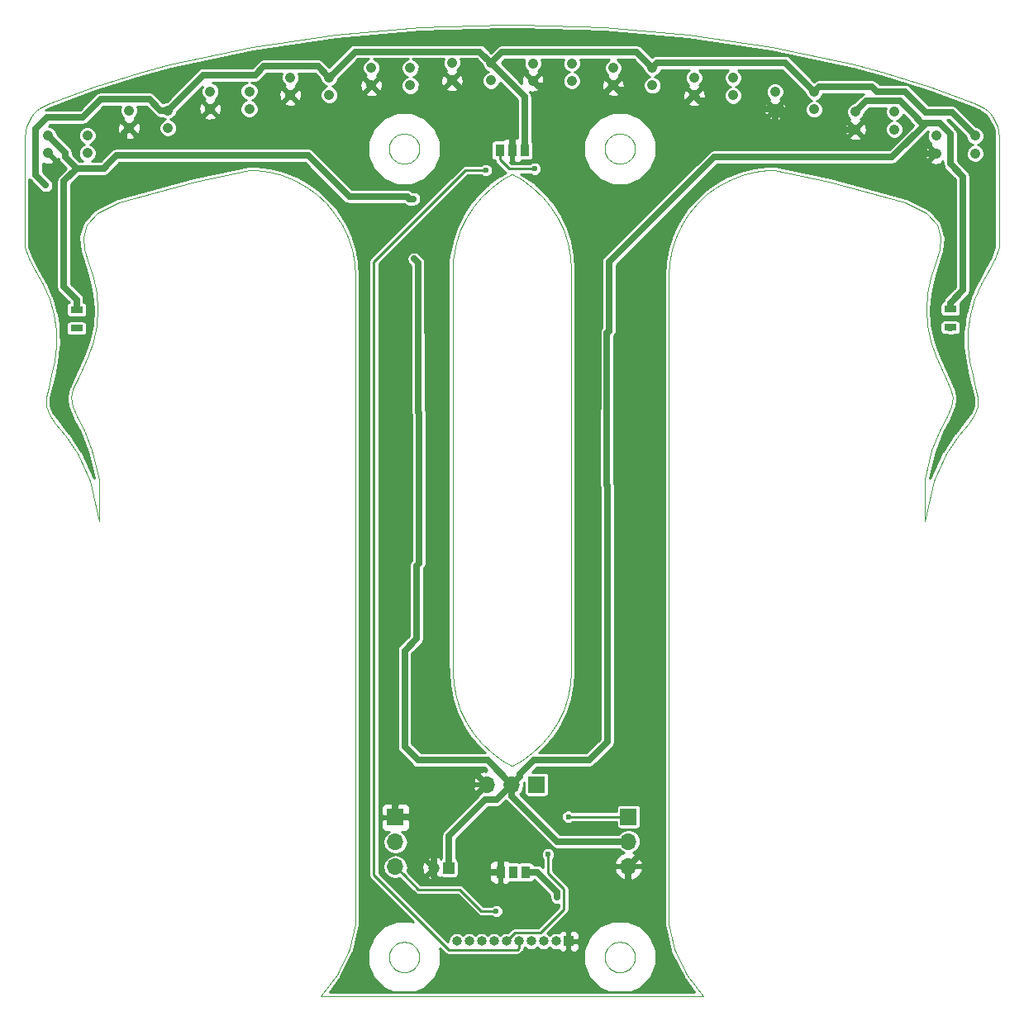
<source format=gbl>
G04 #@! TF.FileFunction,Copper,L2,Bot,Signal*
%FSLAX46Y46*%
G04 Gerber Fmt 4.6, Leading zero omitted, Abs format (unit mm)*
G04 Created by KiCad (PCBNEW 4.0.7) date 02/25/18 15:11:15*
%MOMM*%
%LPD*%
G01*
G04 APERTURE LIST*
%ADD10C,0.100000*%
%ADD11R,1.200000X1.200000*%
%ADD12C,1.200000*%
%ADD13R,1.000000X1.000000*%
%ADD14O,1.000000X1.000000*%
%ADD15R,0.970000X1.270000*%
%ADD16C,1.055599*%
%ADD17R,1.700000X1.700000*%
%ADD18O,1.700000X1.700000*%
%ADD19R,1.300000X0.700000*%
%ADD20C,0.600000*%
%ADD21C,0.700000*%
%ADD22C,0.250000*%
%ADD23C,0.254000*%
G04 APERTURE END LIST*
D10*
X43860720Y75483720D02*
X44246800Y77292200D01*
X43865800Y34152840D02*
X43916600Y33258760D01*
X50955573Y83762972D02*
X49991563Y84292530D01*
X97124595Y63725083D02*
X97441436Y62490152D01*
X96820768Y65136804D02*
X97124595Y63725083D01*
X96632601Y66687713D02*
X96820768Y65136804D01*
X96638125Y68319403D02*
X96632601Y66687713D01*
X96880350Y69963922D02*
X96638125Y68319403D01*
X98025607Y73043514D02*
X97359175Y71555608D01*
X97359175Y71555608D02*
X96880350Y69963922D01*
X98778291Y74404414D02*
X98025607Y73043514D01*
X99850757Y76814051D02*
X99462352Y75656394D01*
X99462352Y75656394D02*
X98778291Y74404414D01*
X99850757Y76814051D02*
X99850757Y88055035D01*
X50735Y88055035D02*
X130724Y88822828D01*
X1263025Y90804890D02*
X1561489Y91050445D01*
X76547895Y97375154D02*
X85006687Y95599644D01*
X40511677Y99413209D02*
X31902509Y98647824D01*
X367255Y89557646D02*
X541302Y89902733D01*
X1883792Y91263751D02*
X2226461Y91442512D01*
X2544677Y91581566D02*
X2226461Y91442512D01*
X991611Y90529731D02*
X1263025Y90804890D01*
X7132339Y93308757D02*
X2544677Y91581566D01*
X130724Y88822828D02*
X229903Y89196381D01*
X23353596Y97375154D02*
X14894804Y95599644D01*
X229903Y89196381D02*
X367255Y89557646D01*
X50735Y76814051D02*
X50735Y88055035D01*
X98909880Y90529731D02*
X98638467Y90804890D01*
X541302Y89902733D02*
X750171Y90227929D01*
X50828764Y99666319D02*
X59389815Y99413209D01*
X49072727Y99666319D02*
X40511677Y99413209D01*
X98638467Y90804890D02*
X98340002Y91050445D01*
X1561489Y91050445D02*
X1883792Y91263751D01*
X50735Y76814051D02*
X439139Y75656394D01*
X11770129Y94748269D02*
X7132339Y93308757D01*
X99151321Y90227929D02*
X98909880Y90529731D01*
X14894804Y95599644D02*
X11770129Y94748269D01*
X750171Y90227929D02*
X991611Y90529731D01*
X98017700Y91263751D02*
X97675030Y91442512D01*
X98340002Y91050445D02*
X98017700Y91263751D01*
X59389815Y99413209D02*
X67998983Y98647824D01*
X97356815Y91581566D02*
X97675030Y91442512D01*
X92769153Y93308757D02*
X97356815Y91581566D01*
X88131362Y94748269D02*
X92769153Y93308757D01*
X85006687Y95599644D02*
X88131362Y94748269D01*
X38248565Y5464032D02*
X38429547Y5535688D01*
X37358521Y4061546D02*
X37370743Y4255813D01*
X60004956Y2867247D02*
X60162432Y2752834D01*
X37370743Y4255813D02*
X37407217Y4447017D01*
X60333007Y2659060D02*
X60513989Y2587404D01*
X38811200Y5608492D02*
X39005851Y5608492D01*
X37407217Y3676076D02*
X37370743Y3867279D01*
X39896535Y2867247D02*
X39739059Y2752834D01*
X37550246Y3314826D02*
X37467367Y3490952D01*
X37467367Y4632141D02*
X37550246Y4808267D01*
X39568485Y5464032D02*
X39739059Y5370259D01*
X62351246Y3314826D02*
X62434124Y3490952D01*
X62351246Y4808267D02*
X62246946Y4972616D01*
X40446308Y3867279D02*
X40409834Y3676076D01*
X59551809Y4632141D02*
X59491658Y4447017D01*
X59634687Y4808267D02*
X59551809Y4632141D01*
X61283408Y5584096D02*
X61090292Y5608492D01*
X61090292Y5608492D02*
X60895641Y5608492D01*
X61823500Y5370259D02*
X61652926Y5464032D01*
X59455184Y4255813D02*
X59442962Y4061546D01*
X39198967Y2538997D02*
X39005851Y2514600D01*
X62122871Y5122598D02*
X61980977Y5255845D01*
X37920515Y2867247D02*
X37778620Y3000495D01*
X59863062Y5122598D02*
X59738986Y4972616D01*
X61980977Y5255845D02*
X61823500Y5370259D01*
X39387503Y5535688D02*
X39568485Y5464032D01*
X61980977Y2867247D02*
X62122871Y3000495D01*
X59738986Y3150476D02*
X59863062Y3000495D01*
X37654545Y4972616D02*
X37778620Y5122598D01*
X60895641Y2514600D02*
X61090292Y2514600D01*
X61471944Y2587404D02*
X61652926Y2659060D01*
X60702524Y2538997D02*
X60895641Y2514600D01*
X59634687Y3314826D02*
X59738986Y3150476D01*
X62530749Y3867279D02*
X62542971Y4061546D01*
X60162432Y2752834D02*
X60333007Y2659060D01*
X39739059Y2752834D02*
X39568485Y2659060D01*
X60004956Y5255845D02*
X59863062Y5122598D01*
X62122871Y3000495D02*
X62246946Y3150476D01*
X62494275Y3676076D02*
X62530749Y3867279D01*
X40266805Y4808267D02*
X40349683Y4632141D01*
X60895641Y5608492D02*
X60702524Y5584096D01*
X61471944Y5535688D02*
X61283408Y5584096D01*
X59491658Y3676076D02*
X59551809Y3490952D01*
X40349683Y3490952D02*
X40266805Y3314826D01*
X61823500Y2752834D02*
X61980977Y2867247D01*
X39896535Y5255845D02*
X40038430Y5122598D01*
X59442962Y4061546D02*
X59455184Y3867279D01*
X59455184Y3867279D02*
X59491658Y3676076D01*
X61652926Y5464032D02*
X61471944Y5535688D01*
X40162505Y4972616D02*
X40266805Y4808267D01*
X60702524Y5584096D02*
X60513989Y5535688D01*
X62530749Y4255813D02*
X62494275Y4447017D01*
X60162432Y5370259D02*
X60004956Y5255845D01*
X40266805Y3314826D02*
X40162505Y3150476D01*
X39198967Y5584096D02*
X39387503Y5535688D01*
X39739059Y5370259D02*
X39896535Y5255845D01*
X38618083Y5584096D02*
X38811200Y5608492D01*
X40038430Y3000495D02*
X39896535Y2867247D01*
X60333007Y5464032D02*
X60162432Y5370259D01*
X59863062Y3000495D02*
X60004956Y2867247D01*
X59551809Y3490952D02*
X59634687Y3314826D01*
X39005851Y5608492D02*
X39198967Y5584096D01*
X37654545Y3150476D02*
X37550246Y3314826D01*
X33906674Y10492500D02*
X33906674Y73869753D01*
X65994817Y10492500D02*
X65994817Y73869753D01*
X67338129Y79099936D02*
X68068882Y80250977D01*
X32563362Y79099936D02*
X31832610Y80250977D01*
X33565484Y76569721D02*
X33144041Y77866362D01*
X68068882Y80250977D02*
X68938176Y81301319D01*
X69932294Y82234390D02*
X71035550Y83035465D01*
X28865942Y83035465D02*
X27670960Y83691903D01*
X31832610Y80250977D02*
X30963316Y81301319D01*
X33821039Y75230473D02*
X33565484Y76569721D01*
X65994817Y7492491D02*
X65994817Y10492500D01*
X30963316Y81301319D02*
X29969197Y82234390D01*
X33906674Y73869753D02*
X33821039Y75230473D01*
X6415126Y79119764D02*
X6019957Y77848888D01*
X23729656Y84702158D02*
X23058620Y84702158D01*
X66757450Y77866362D02*
X67338129Y79099936D01*
X7033109Y73720627D02*
X7377452Y72127070D01*
X29969197Y82234390D02*
X28865942Y83035465D01*
X33906674Y7492491D02*
X33906674Y10492500D01*
X6578115Y75207759D02*
X7033109Y73720627D01*
X25082392Y84531876D02*
X23729656Y84702158D01*
X27670960Y83691903D02*
X26403108Y84193344D01*
X66080453Y75230473D02*
X66336008Y76569721D01*
X68938176Y81301319D02*
X69932294Y82234390D01*
X71035550Y83035465D02*
X72230532Y83691903D01*
X6167738Y76574136D02*
X6578115Y75207759D01*
X6019957Y77848888D02*
X6167738Y76574136D01*
X7490342Y80322153D02*
X6415126Y79119764D01*
X26403108Y84193344D02*
X25082392Y84531876D01*
X7490342Y80322153D02*
X9713785Y81417451D01*
X65994817Y73869753D02*
X66080453Y75230473D01*
X33144041Y77866362D02*
X32563362Y79099936D01*
X66336008Y76569721D02*
X66757450Y77866362D01*
X93801709Y58063694D02*
X92958939Y56025139D01*
X95096702Y61405344D02*
X94976050Y60517705D01*
X94976050Y60517705D02*
X94525931Y59473092D01*
X92280854Y53034982D02*
X92207992Y48712244D01*
X95701054Y57531999D02*
X94454946Y55711784D01*
X92411149Y80322153D02*
X90187706Y81417451D01*
X92524040Y72127070D02*
X92384710Y70470771D01*
X94454946Y55711784D02*
X93173181Y52926480D01*
X92819806Y67214145D02*
X93324619Y65735670D01*
X92958939Y56025139D02*
X92280854Y53034982D01*
X92487792Y68811708D02*
X92819806Y67214145D01*
X93324619Y65735670D02*
X93913810Y64417291D01*
X72230532Y83691903D02*
X73498384Y84193344D01*
X97357478Y59690124D02*
X96701072Y58761171D01*
X73498384Y84193344D02*
X74819099Y84531876D01*
X74819099Y84531876D02*
X76171836Y84702158D01*
X76171836Y84702158D02*
X76842872Y84702158D01*
X97659078Y60533628D02*
X97357478Y59690124D01*
X92384710Y70470771D02*
X92487792Y68811708D01*
X94525931Y59473092D02*
X93801709Y58063694D01*
X92411149Y80322153D02*
X93486366Y79119764D01*
X93486366Y79119764D02*
X93881535Y77848888D01*
X93733754Y76574136D02*
X93323376Y75207759D01*
X93173181Y52926480D02*
X92207992Y48712244D01*
X93881535Y77848888D02*
X93733754Y76574136D01*
X93913810Y64417291D02*
X94479174Y63274572D01*
X94907370Y62289824D02*
X95096702Y61405344D01*
X96701072Y58761171D02*
X95701054Y57531999D01*
X92868382Y73720627D02*
X92524040Y72127070D01*
X94479174Y63274572D02*
X94907370Y62289824D01*
X93323376Y75207759D02*
X92868382Y73720627D01*
X46850063Y82027040D02*
X47844182Y82960110D01*
X99770768Y88822828D02*
X99671589Y89196381D01*
X50954617Y24222125D02*
X49990607Y23692567D01*
X53921285Y27006613D02*
X53051991Y25956271D01*
X45980769Y80976697D02*
X46850063Y82027040D01*
X46849501Y25956271D02*
X47843619Y25023200D01*
X44668775Y29391228D02*
X45249454Y28157654D01*
X99850757Y88055035D02*
X99770768Y88822828D01*
X45249454Y28157654D02*
X45980207Y27006613D01*
X43991778Y32027117D02*
X44247333Y30687869D01*
X99671589Y89196381D02*
X99534236Y89557646D01*
X44247333Y30687869D02*
X44668775Y29391228D01*
X43868327Y34151223D02*
X43860984Y75484473D01*
X99360189Y89902733D02*
X99151321Y90227929D01*
X54652037Y28157654D02*
X53921285Y27006613D01*
X55232716Y29391228D02*
X54652037Y28157654D01*
X99534236Y89557646D02*
X99360189Y89902733D01*
X45980207Y27006613D02*
X46849501Y25956271D01*
X48946875Y24222125D02*
X49910884Y23692567D01*
X43914047Y33262223D02*
X43991778Y32027117D01*
X55987444Y33262223D02*
X55909714Y32027117D01*
X55909714Y32027117D02*
X55654159Y30687869D01*
X55654159Y30687869D02*
X55232716Y29391228D01*
X53051991Y25956271D02*
X52057872Y25023200D01*
X44669338Y78592083D02*
X45250017Y79825656D01*
X44247895Y77295441D02*
X44669338Y78592083D01*
X45250017Y79825656D02*
X45980769Y80976697D01*
X40266805Y86181416D02*
X40162505Y86017067D01*
X60333007Y88330623D02*
X60162432Y88236849D01*
X61471944Y85453995D02*
X61652926Y85525651D01*
X38811200Y88475083D02*
X39005851Y88475083D01*
X37370743Y87122404D02*
X37407217Y87313607D01*
X59442962Y86928137D02*
X59455184Y86733870D01*
X59455184Y86733870D02*
X59491658Y86542666D01*
X38811200Y85381191D02*
X38618083Y85405587D01*
X38077991Y85619425D02*
X37920515Y85733838D01*
X37920515Y88122436D02*
X38077991Y88236849D01*
X60513989Y85453995D02*
X60702524Y85405587D01*
X39005851Y88475083D02*
X39198967Y88450687D01*
X37407217Y87313607D02*
X37467367Y87498732D01*
X38429547Y85453995D02*
X38248565Y85525651D01*
X40038430Y85867086D02*
X39896535Y85733838D01*
X38618083Y88450687D02*
X38811200Y88475083D01*
X40349683Y87498732D02*
X40409834Y87313607D01*
X40458530Y86928137D02*
X40446308Y86733870D01*
X39568485Y85525651D02*
X39387503Y85453995D01*
X40162505Y86017067D02*
X40038430Y85867086D01*
X37550246Y87674857D02*
X37654545Y87839207D01*
X40446308Y87122404D02*
X40458530Y86928137D01*
X40266805Y87674857D02*
X40349683Y87498732D01*
X49950746Y23714464D02*
X49990607Y23692567D01*
X38077991Y88236849D02*
X38248565Y88330623D01*
X38618083Y85405587D02*
X38429547Y85453995D01*
X37358521Y86928137D02*
X37370743Y87122404D01*
X37467367Y86357542D02*
X37407217Y86542666D01*
X39739059Y88236849D02*
X39896535Y88122436D01*
X49950746Y23714464D02*
X49910884Y23692567D01*
X39387503Y88402279D02*
X39568485Y88330623D01*
X61283408Y88450687D02*
X61090292Y88475083D01*
X39568485Y88330623D02*
X39739059Y88236849D01*
X39896535Y85733838D02*
X39739059Y85619425D01*
X38248565Y88330623D02*
X38429547Y88402279D01*
X39005851Y85381191D02*
X38811200Y85381191D01*
X61283408Y85405587D02*
X61471944Y85453995D01*
X40446308Y86733870D02*
X40409834Y86542666D01*
X59738986Y87839207D02*
X59634687Y87674857D01*
X37407217Y86542666D02*
X37370743Y86733870D01*
X60333007Y85525651D02*
X60513989Y85453995D01*
X59738986Y86017067D02*
X59863062Y85867086D01*
X60162432Y85619425D02*
X60333007Y85525651D01*
X37654545Y87839207D02*
X37778620Y87989188D01*
X37778620Y85867086D02*
X37654545Y86017067D01*
X37654545Y86017067D02*
X37550246Y86181416D01*
X39198967Y85405587D02*
X39005851Y85381191D01*
X37467367Y87498732D02*
X37550246Y87674857D01*
X37370743Y86733870D02*
X37358521Y86928137D01*
X37778620Y87989188D02*
X37920515Y88122436D01*
X38429547Y88402279D02*
X38618083Y88450687D01*
X40409834Y87313607D02*
X40446308Y87122404D01*
X40038430Y87989188D02*
X40162505Y87839207D01*
X37920515Y85733838D02*
X37778620Y85867086D01*
X40162505Y87839207D02*
X40266805Y87674857D01*
X39739059Y85619425D02*
X39568485Y85525651D01*
X40409834Y86542666D02*
X40349683Y86357542D01*
X37550246Y86181416D02*
X37467367Y86357542D01*
X39896535Y88122436D02*
X40038430Y87989188D01*
X39198967Y88450687D02*
X39387503Y88402279D01*
X40349683Y86357542D02*
X40266805Y86181416D01*
X39387503Y85453995D02*
X39198967Y85405587D01*
X38248565Y85525651D02*
X38077991Y85619425D01*
X55653596Y77295441D02*
X55232154Y78592083D01*
X30359787Y61534D02*
X32007880Y2298834D01*
X69541705Y61534D02*
X67893611Y2298834D01*
X55909152Y75956194D02*
X55653596Y77295441D01*
X33286803Y4869339D02*
X33906674Y7492491D01*
X55232154Y78592083D02*
X54651475Y79825656D01*
X53051428Y82027040D02*
X52057310Y82960110D01*
X54651475Y79825656D02*
X53920723Y80976697D01*
X55987444Y33262223D02*
X55994787Y74595473D01*
X69541705Y61534D02*
X30359787Y61534D01*
X53920723Y80976697D02*
X53051428Y82027040D01*
X66614689Y4869339D02*
X65994817Y7492491D01*
X55994787Y74595473D02*
X55909152Y75956194D01*
X61090292Y2514600D02*
X61283408Y2538997D01*
X82458238Y83523486D02*
X90187706Y81417451D01*
X67998983Y98647824D02*
X76547895Y97375154D01*
X9713785Y81417451D02*
X17443253Y83523486D01*
X61283408Y2538997D02*
X61471944Y2587404D01*
X62494275Y4447017D02*
X62434124Y4632141D01*
X62434124Y4632141D02*
X62351246Y4808267D01*
X48947437Y83761185D02*
X47844182Y82960110D01*
X62434124Y3490952D02*
X62494275Y3676076D01*
X23058620Y84702158D02*
X17443253Y83523486D01*
X62542971Y4061546D02*
X62530749Y4255813D01*
X61652926Y2659060D02*
X61823500Y2752834D01*
X59491658Y4447017D02*
X59455184Y4255813D01*
X66614689Y4869339D02*
X67893611Y2298834D01*
X59738986Y4972616D02*
X59634687Y4808267D01*
X52057310Y82960110D02*
X50954055Y83761185D01*
X50954617Y24222125D02*
X52057872Y25023200D01*
X49072727Y99666319D02*
X50828764Y99666319D01*
X47843619Y25023200D02*
X48946875Y24222125D01*
X60513989Y5535688D02*
X60333007Y5464032D01*
X32007880Y2298834D02*
X33286803Y4869339D01*
X23353596Y97375154D02*
X31902509Y98647824D01*
X62246946Y3150476D02*
X62351246Y3314826D01*
X82458238Y83523486D02*
X76842872Y84702158D01*
X60513989Y2587404D02*
X60702524Y2538997D01*
X62246946Y4972616D02*
X62122871Y5122598D01*
X97441436Y62490152D02*
X97656740Y61438142D01*
X97656740Y61438142D02*
X97659078Y60533628D01*
X6576873Y65735670D02*
X5987682Y64417291D01*
X4804789Y61405344D02*
X4925441Y60517705D01*
X2544014Y59690124D02*
X3200420Y58761171D01*
X2244752Y61438142D02*
X2242414Y60533628D01*
X6099782Y58063694D02*
X6942552Y56025139D01*
X4200438Y57531999D02*
X5446546Y55711784D01*
X2460056Y62490152D02*
X2244752Y61438142D01*
X5987682Y64417291D02*
X5422317Y63274572D01*
X2776896Y63725083D02*
X2460056Y62490152D01*
X2542317Y71555608D02*
X3021142Y69963922D01*
X3268890Y66687713D02*
X3080724Y65136804D01*
X3080724Y65136804D02*
X2776896Y63725083D01*
X4925441Y60517705D02*
X5375560Y59473092D01*
X6942552Y56025139D02*
X7620637Y53034982D01*
X4994122Y62289824D02*
X4804789Y61405344D01*
X7081686Y67214145D02*
X6576873Y65735670D01*
X7516781Y70470771D02*
X7413699Y68811708D01*
X7377452Y72127070D02*
X7516781Y70470771D01*
X1875885Y73043514D02*
X2542317Y71555608D01*
X3200420Y58761171D02*
X4200438Y57531999D01*
X5446546Y55711784D02*
X6728311Y52926480D01*
X7413699Y68811708D02*
X7081686Y67214145D01*
X439139Y75656394D02*
X1123200Y74404414D01*
X1123200Y74404414D02*
X1875885Y73043514D01*
X3021142Y69963922D02*
X3263367Y68319403D01*
X3263367Y68319403D02*
X3268890Y66687713D01*
X2242414Y60533628D02*
X2544014Y59690124D01*
X6728311Y52926480D02*
X7693500Y48712244D01*
X7620637Y53034982D02*
X7693500Y48712244D01*
X5375560Y59473092D02*
X6099782Y58063694D01*
X5422317Y63274572D02*
X4994122Y62289824D01*
X62494275Y87313607D02*
X62434124Y87498732D01*
X61980977Y88122436D02*
X61823500Y88236849D01*
X62434124Y87498732D02*
X62351246Y87674857D01*
X61652926Y88330623D02*
X61471944Y88402279D01*
X37467367Y3490952D02*
X37407217Y3676076D01*
X40038430Y5122598D02*
X40162505Y4972616D01*
X60004956Y88122436D02*
X59863062Y87989188D01*
X39005851Y2514600D02*
X38811200Y2514600D01*
X39568485Y2659060D02*
X39387503Y2587404D01*
X62542971Y86928137D02*
X62530749Y87122404D01*
X59863062Y87989188D02*
X59738986Y87839207D01*
X40162505Y3150476D02*
X40038430Y3000495D01*
X39387503Y2587404D02*
X39198967Y2538997D01*
X59455184Y87122404D02*
X59442962Y86928137D01*
X38248565Y2659060D02*
X38077991Y2752834D01*
X62122871Y85867086D02*
X62246946Y86017067D01*
X38429547Y2587404D02*
X38248565Y2659060D01*
X62122871Y87989188D02*
X61980977Y88122436D01*
X60004956Y85733838D02*
X60162432Y85619425D01*
X60702524Y88450687D02*
X60513989Y88402279D01*
X62246946Y87839207D02*
X62122871Y87989188D01*
X62530749Y86733870D02*
X62542971Y86928137D01*
X62351246Y87674857D02*
X62246946Y87839207D01*
X60702524Y85405587D02*
X60895641Y85381191D01*
X38077991Y2752834D02*
X37920515Y2867247D01*
X61652926Y85525651D02*
X61823500Y85619425D01*
X61090292Y88475083D02*
X60895641Y88475083D01*
X60895641Y85381191D02*
X61090292Y85381191D01*
X61823500Y88236849D02*
X61652926Y88330623D01*
X60162432Y88236849D02*
X60004956Y88122436D01*
X59551809Y87498732D02*
X59491658Y87313607D01*
X59491658Y86542666D02*
X59551809Y86357542D01*
X62434124Y86357542D02*
X62494275Y86542666D01*
X59863062Y85867086D02*
X60004956Y85733838D01*
X62494275Y86542666D02*
X62530749Y86733870D01*
X62351246Y86181416D02*
X62434124Y86357542D01*
X38077991Y5370259D02*
X38248565Y5464032D01*
X37778620Y3000495D02*
X37654545Y3150476D01*
X59634687Y86181416D02*
X59738986Y86017067D01*
X61471944Y88402279D02*
X61283408Y88450687D01*
X62530749Y87122404D02*
X62494275Y87313607D01*
X37778620Y5122598D02*
X37920515Y5255845D01*
X40458530Y4061546D02*
X40446308Y3867279D01*
X38429547Y5535688D02*
X38618083Y5584096D01*
X59491658Y87313607D02*
X59455184Y87122404D01*
X40409834Y3676076D02*
X40349683Y3490952D01*
X40409834Y4447017D02*
X40446308Y4255813D01*
X61090292Y85381191D02*
X61283408Y85405587D01*
X37407217Y4447017D02*
X37467367Y4632141D01*
X37370743Y3867279D02*
X37358521Y4061546D01*
X60895641Y88475083D02*
X60702524Y88450687D01*
X61980977Y85733838D02*
X62122871Y85867086D01*
X59551809Y86357542D02*
X59634687Y86181416D01*
X61823500Y85619425D02*
X61980977Y85733838D01*
X59634687Y87674857D02*
X59551809Y87498732D01*
X37550246Y4808267D02*
X37654545Y4972616D01*
X40349683Y4632141D02*
X40409834Y4447017D01*
X62246946Y86017067D02*
X62351246Y86181416D01*
X37920515Y5255845D02*
X38077991Y5370259D01*
X60513989Y88402279D02*
X60333007Y88330623D01*
X38618083Y2538997D02*
X38429547Y2587404D01*
X40446308Y4255813D02*
X40458530Y4061546D01*
X38811200Y2514600D02*
X38618083Y2538997D01*
X48948955Y83762972D02*
X49912965Y84292530D01*
X49952264Y84270942D02*
X49912965Y84292530D01*
X49952264Y84270942D02*
X49991563Y84292530D01*
D11*
X43459400Y13192760D03*
D12*
X41959400Y13192760D03*
D13*
X55732680Y5689600D03*
D14*
X54462680Y5689600D03*
X53192680Y5689600D03*
X51922680Y5689600D03*
X50652680Y5689600D03*
X49382680Y5689600D03*
X48112680Y5689600D03*
X46842680Y5689600D03*
X45572680Y5689600D03*
X44302680Y5689600D03*
D15*
X51231800Y86766400D03*
X49961800Y86766400D03*
X48691800Y86766400D03*
X51313080Y12791440D03*
X50043080Y12791440D03*
X48773080Y12791440D03*
D16*
X2445000Y88281080D03*
X6445000Y88281080D03*
X6445000Y86481080D03*
X2445000Y86481080D03*
X10710160Y90841400D03*
X14710160Y90841400D03*
X14710160Y89041400D03*
X10710160Y89041400D03*
X19031200Y92807360D03*
X23031200Y92807360D03*
X23031200Y91007360D03*
X19031200Y91007360D03*
X27235400Y94229760D03*
X31235400Y94229760D03*
X31235400Y92429760D03*
X27235400Y92429760D03*
X35536120Y95205120D03*
X39536120Y95205120D03*
X39536120Y93405120D03*
X35536120Y93405120D03*
X43791120Y95713120D03*
X47791120Y95713120D03*
X47791120Y93913120D03*
X43791120Y93913120D03*
X52076600Y95687720D03*
X56076600Y95687720D03*
X56076600Y93887720D03*
X52076600Y93887720D03*
X60321440Y95225440D03*
X64321440Y95225440D03*
X64321440Y93425440D03*
X60321440Y93425440D03*
X68601840Y94189120D03*
X72601840Y94189120D03*
X72601840Y92389120D03*
X68601840Y92389120D03*
X76892400Y92756560D03*
X80892400Y92756560D03*
X80892400Y90956560D03*
X76892400Y90956560D03*
X85122000Y90714400D03*
X89122000Y90714400D03*
X89122000Y88914400D03*
X85122000Y88914400D03*
X93397320Y88240440D03*
X97397320Y88240440D03*
X97397320Y86440440D03*
X93397320Y86440440D03*
D17*
X52481480Y21752560D03*
D18*
X49941480Y21752560D03*
X47401480Y21752560D03*
D17*
X61889640Y18465800D03*
D18*
X61889640Y15925800D03*
X61889640Y13385800D03*
D17*
X38013640Y18404840D03*
D18*
X38013640Y15864840D03*
X38013640Y13324840D03*
D19*
X5339080Y70424080D03*
X5339080Y68524080D03*
X94853760Y70510440D03*
X94853760Y68610440D03*
D20*
X39856920Y81792320D03*
X43459400Y15803880D03*
X54608150Y10190360D03*
X60045600Y75463400D03*
X59872880Y68249800D03*
X59690000Y60233560D03*
X59674760Y52476400D03*
X59735720Y44637960D03*
X59756040Y36880800D03*
X59710320Y28829000D03*
X39913560Y75625960D03*
X40304720Y68000880D03*
X40345360Y59923680D03*
X40441880Y52009040D03*
X40396160Y44444920D03*
X40162480Y36697920D03*
X38948360Y25628600D03*
X37205920Y9001760D03*
X49865280Y14427200D03*
X51333400Y8448040D03*
X63190120Y58867040D03*
X63489840Y50957480D03*
X63515240Y43510200D03*
X63312040Y35610800D03*
X37480240Y36723320D03*
X37998350Y44637960D03*
X37124640Y52273200D03*
X37998350Y60835638D03*
X77373480Y87030560D03*
X89621360Y84287360D03*
X62123320Y81671160D03*
X49951640Y91541600D03*
X55407560Y21178520D03*
X62067440Y75443080D03*
X37835840Y75636120D03*
X47254160Y84714080D03*
X53629560Y14586650D03*
X51231800Y91130120D03*
X2189480Y83174840D03*
X52283360Y84871560D03*
X49903095Y12931425D03*
X55712510Y18465800D03*
X48326040Y8788400D03*
X5339080Y68524080D03*
X94909640Y68460440D03*
D21*
X4048760Y72764400D02*
X4048760Y83611720D01*
X4048760Y83611720D02*
X5344160Y84907120D01*
X5339080Y71474080D02*
X4048760Y72764400D01*
X5339080Y70424080D02*
X5339080Y71474080D01*
X94853760Y71130160D02*
X94853760Y70510440D01*
X96154240Y84084160D02*
X96154240Y72430640D01*
X96154240Y72430640D02*
X94853760Y71130160D01*
X94853760Y85384640D02*
X96154240Y84084160D01*
X94853760Y88453145D02*
X94853760Y85384640D01*
X88899765Y86080550D02*
X92389960Y89570745D01*
X70662750Y86080550D02*
X88899765Y86080550D01*
X60045600Y75463400D02*
X70662750Y86080550D01*
X4196080Y86055200D02*
X4196080Y86530000D01*
X4196080Y86530000D02*
X2445000Y88281080D01*
X5344160Y84907120D02*
X4196080Y86055200D01*
X8133080Y84907120D02*
X5344160Y84907120D01*
X8538600Y85312640D02*
X8133080Y84907120D01*
X9408160Y86222840D02*
X8538600Y85353280D01*
X8538600Y85353280D02*
X8538600Y85312640D01*
X29057600Y86222840D02*
X9408160Y86222840D01*
X33284160Y81996280D02*
X29057600Y86222840D01*
X39228696Y81996280D02*
X33284160Y81996280D01*
X39856920Y81792320D02*
X39432656Y81792320D01*
X39432656Y81792320D02*
X39228696Y81996280D01*
X91922415Y89570745D02*
X92389960Y89570745D01*
X92389960Y89570745D02*
X93736160Y89570745D01*
X85122000Y90714400D02*
X86249800Y91842200D01*
X86249800Y91842200D02*
X89663345Y91842200D01*
X89663345Y91842200D02*
X91132345Y90373200D01*
X91132345Y90373200D02*
X91132345Y90360815D01*
X91132345Y90360815D02*
X91922415Y89570745D01*
X93736160Y89570745D02*
X94853760Y88453145D01*
X61889640Y15925800D02*
X54566159Y15925800D01*
X54566159Y15925800D02*
X49941480Y20550479D01*
X49941480Y20550479D02*
X49941480Y21752560D01*
X43459400Y15803880D02*
X43459400Y16466964D01*
X43459400Y13192760D02*
X43459400Y15803880D01*
X43459400Y16466964D02*
X47205756Y20213320D01*
X47205756Y20213320D02*
X48402240Y20213320D01*
X48402240Y20213320D02*
X49941480Y21752560D01*
X51313080Y12791440D02*
X52498080Y12791440D01*
X52498080Y12791440D02*
X54558140Y10731380D01*
X54558140Y10731380D02*
X54558140Y10190360D01*
X59872880Y68249800D02*
X59872880Y75290680D01*
X59872880Y75290680D02*
X60045600Y75463400D01*
X59690000Y60233560D02*
X59690000Y68066920D01*
X59690000Y68066920D02*
X59872880Y68249800D01*
X59674760Y52476400D02*
X59674760Y60218320D01*
X59674760Y60218320D02*
X59690000Y60233560D01*
X59735720Y44637960D02*
X59735720Y52415440D01*
X59735720Y52415440D02*
X59674760Y52476400D01*
X59756040Y36880800D02*
X59756040Y44617640D01*
X59756040Y44617640D02*
X59735720Y44637960D01*
X59710320Y28829000D02*
X59710320Y36835080D01*
X59710320Y36835080D02*
X59756040Y36880800D01*
X57881520Y24277320D02*
X59710320Y26106120D01*
X59710320Y26106120D02*
X59710320Y28829000D01*
X52226238Y24277320D02*
X57881520Y24277320D01*
X49941480Y21752560D02*
X50791479Y22602559D01*
X50791479Y22602559D02*
X50791479Y22842561D01*
X50791479Y22842561D02*
X52226238Y24277320D01*
X40304720Y68000880D02*
X40304720Y75234800D01*
X40304720Y75234800D02*
X39913560Y75625960D01*
X40345360Y59923680D02*
X40345360Y67960240D01*
X40345360Y67960240D02*
X40304720Y68000880D01*
X40441880Y52009040D02*
X40441880Y59827160D01*
X40441880Y59827160D02*
X40345360Y59923680D01*
X40396160Y44444920D02*
X40396160Y51963320D01*
X40396160Y51963320D02*
X40441880Y52009040D01*
X40162480Y36697920D02*
X40162480Y44211240D01*
X40162480Y44211240D02*
X40396160Y44444920D01*
X38948360Y25628600D02*
X38948360Y35483800D01*
X38948360Y35483800D02*
X40162480Y36697920D01*
X40309800Y24241760D02*
X40309800Y24267160D01*
X40309800Y24267160D02*
X38948360Y25628600D01*
X49941480Y21752560D02*
X47452280Y24241760D01*
X47452280Y24241760D02*
X40309800Y24241760D01*
D22*
X34762440Y2428240D02*
X34762440Y6558280D01*
X34762440Y6558280D02*
X37205920Y9001760D01*
X36672520Y518160D02*
X34762440Y2428240D01*
X51311240Y518160D02*
X36672520Y518160D01*
X55732680Y4939600D02*
X51311240Y518160D01*
X65247520Y6263640D02*
X61889640Y9621520D01*
X61889640Y9621520D02*
X61889640Y13385800D01*
X65247520Y2377440D02*
X65247520Y6263640D01*
X63378080Y508000D02*
X65247520Y2377440D01*
X59126120Y508000D02*
X63378080Y508000D01*
X56799480Y2834640D02*
X59126120Y508000D01*
X56799480Y3872800D02*
X56799480Y2834640D01*
X55732680Y5689600D02*
X55732680Y4939600D01*
X55732680Y4939600D02*
X56799480Y3872800D01*
D21*
X48773080Y12791440D02*
X48773080Y14126440D01*
X48773080Y14126440D02*
X49073840Y14427200D01*
X49073840Y14427200D02*
X49865280Y14427200D01*
X47894240Y10662920D02*
X49118520Y10662920D01*
X49118520Y10662920D02*
X51333400Y8448040D01*
X46847760Y11709400D02*
X47894240Y10662920D01*
X42594232Y11709400D02*
X46847760Y11709400D01*
X10710160Y89041400D02*
X10182362Y88513602D01*
X10182362Y88513602D02*
X10182362Y87992722D01*
X47588080Y12791440D02*
X48773080Y12791440D01*
X46506040Y11709400D02*
X47588080Y12791440D01*
X42594232Y11709400D02*
X46506040Y11709400D01*
X41959400Y12344232D02*
X42594232Y11709400D01*
X41959400Y13192760D02*
X41959400Y12344232D01*
X62067440Y57429400D02*
X62067440Y75443080D01*
X62067440Y49626520D02*
X62067440Y57429400D01*
X62067440Y57429400D02*
X62067440Y57744360D01*
X62067440Y57744360D02*
X63190120Y58867040D01*
X62067440Y41742360D02*
X62067440Y49626520D01*
X62067440Y49626520D02*
X62158880Y49626520D01*
X62158880Y49626520D02*
X63489840Y50957480D01*
X62067440Y33741360D02*
X62067440Y41742360D01*
X62067440Y41742360D02*
X62067440Y42062400D01*
X62067440Y42062400D02*
X63515240Y43510200D01*
X62067440Y25039320D02*
X62067440Y33741360D01*
X62067440Y33741360D02*
X62067440Y34366200D01*
X62067440Y34366200D02*
X63312040Y35610800D01*
X37998350Y36515040D02*
X37998350Y44637960D01*
X37998350Y25209693D02*
X37998350Y36515040D01*
X37998350Y36515040D02*
X37688520Y36515040D01*
X37688520Y36515040D02*
X37480240Y36723320D01*
X37998350Y44637960D02*
X37998350Y52049680D01*
X37998350Y52049680D02*
X37998350Y60472320D01*
X37998350Y52049680D02*
X37348160Y52049680D01*
X37348160Y52049680D02*
X37124640Y52273200D01*
X37998350Y60835638D02*
X37998350Y75473610D01*
X37998350Y60472320D02*
X37998350Y60835638D01*
X76892400Y90956560D02*
X76892400Y87511640D01*
X76892400Y87511640D02*
X77373480Y87030560D01*
X93397320Y86440440D02*
X91774440Y86440440D01*
X91774440Y86440440D02*
X89621360Y84287360D01*
X76892400Y90956560D02*
X77638820Y90956560D01*
X77638820Y90956560D02*
X79680980Y88914400D01*
X79680980Y88914400D02*
X84375580Y88914400D01*
X84375580Y88914400D02*
X85122000Y88914400D01*
X70083998Y91861322D02*
X70988760Y90956560D01*
X70988760Y90956560D02*
X76892400Y90956560D01*
X68601840Y92389120D02*
X69129638Y91861322D01*
X69129638Y91861322D02*
X70083998Y91861322D01*
X65450720Y89148920D02*
X65450720Y89238000D01*
X65450720Y89238000D02*
X68601840Y92389120D01*
X54127400Y92232480D02*
X59128480Y92232480D01*
X59128480Y92232480D02*
X60321440Y93425440D01*
X52999958Y93359922D02*
X54127400Y92232480D01*
X52076600Y93887720D02*
X52604398Y93359922D01*
X52604398Y93359922D02*
X52999958Y93359922D01*
X65450720Y89148920D02*
X65450720Y84998560D01*
X65450720Y84998560D02*
X62123320Y81671160D01*
X61701998Y92897642D02*
X65450720Y89148920D01*
X60321440Y93425440D02*
X60849238Y92897642D01*
X60849238Y92897642D02*
X61701998Y92897642D01*
X43791120Y93913120D02*
X46162640Y91541600D01*
X46162640Y91541600D02*
X49951640Y91541600D01*
X49961800Y86766400D02*
X49961800Y91531440D01*
X49961800Y91531440D02*
X49951640Y91541600D01*
X63339641Y14835801D02*
X63339641Y23134320D01*
X63339641Y23134320D02*
X63339641Y23767119D01*
X55407560Y21178520D02*
X61383841Y21178520D01*
X61383841Y21178520D02*
X63339641Y23134320D01*
X37998350Y25209693D02*
X38013640Y25194403D01*
X38013640Y25194403D02*
X38013640Y18404840D01*
X41959400Y16310480D02*
X39865040Y18404840D01*
X39865040Y18404840D02*
X38013640Y18404840D01*
X63339641Y23767119D02*
X62067440Y25039320D01*
X61889640Y13385800D02*
X63339641Y14835801D01*
X61889640Y10162678D02*
X61889640Y12183719D01*
X61889640Y12183719D02*
X61889640Y13385800D01*
X37998350Y75473610D02*
X37835840Y75636120D01*
X45862290Y23291750D02*
X39916293Y23291750D01*
X39916293Y23291750D02*
X37998350Y25209693D01*
X47401480Y21752560D02*
X45862290Y23291750D01*
X41959400Y13192760D02*
X41959400Y16310480D01*
X41959400Y16310480D02*
X47401480Y21752560D01*
D22*
X47254160Y84714080D02*
X45171360Y84714080D01*
X35803840Y75346560D02*
X35803840Y12474919D01*
X45171360Y84714080D02*
X35803840Y75346560D01*
X43444160Y4834599D02*
X50504785Y4834599D01*
X35803840Y12474919D02*
X43444160Y4834599D01*
X50504785Y4834599D02*
X50652680Y4982494D01*
X50652680Y4982494D02*
X50652680Y5689600D01*
X55283148Y11031690D02*
X53629560Y12685278D01*
X53629560Y12685278D02*
X53629560Y14586650D01*
X52869121Y6544601D02*
X55283151Y8958631D01*
X55283151Y8958631D02*
X55283148Y11031690D01*
X49382680Y5689600D02*
X50237681Y6544601D01*
X50237681Y6544601D02*
X52869121Y6544601D01*
D21*
X14710160Y90841400D02*
X18361840Y94493080D01*
X24500840Y95357560D02*
X30107600Y95357560D01*
X18361840Y94493080D02*
X23636360Y94493080D01*
X23636360Y94493080D02*
X24500840Y95357560D01*
X30107600Y95357560D02*
X31235400Y94229760D01*
X80892400Y92756560D02*
X81420198Y93284358D01*
X81420198Y93284358D02*
X86837202Y93284358D01*
X86837202Y93284358D02*
X87329349Y92792211D01*
X87329349Y92792211D02*
X90184309Y92792211D01*
X90184309Y92792211D02*
X92359480Y90617040D01*
X92359480Y90617040D02*
X95020720Y90617040D01*
X95020720Y90617040D02*
X96869522Y88768238D01*
X96869522Y88768238D02*
X97397320Y88240440D01*
X51231800Y86766400D02*
X51231800Y89905840D01*
X51231800Y91130120D02*
X51231800Y92272440D01*
X51231800Y89905840D02*
X51231800Y91130120D01*
X48318918Y95185322D02*
X47791120Y95713120D01*
X51231800Y92272440D02*
X48318918Y95185322D01*
X1143000Y85145880D02*
X1143000Y84780120D01*
X1143000Y88955880D02*
X1143000Y85145880D01*
X1889760Y83474560D02*
X2189480Y83174840D01*
X1143000Y85145880D02*
X1143000Y84221320D01*
X1143000Y84221320D02*
X1889760Y83474560D01*
X1143000Y84780120D02*
X1143000Y84221320D01*
X2362200Y90175080D02*
X1143000Y88955880D01*
X6009640Y90175080D02*
X2362200Y90175080D01*
X7803760Y91969200D02*
X6009640Y90175080D01*
X14710160Y90841400D02*
X13963740Y90841400D01*
X13963740Y90841400D02*
X12835940Y91969200D01*
X12835940Y91969200D02*
X7803760Y91969200D01*
X47791120Y95713120D02*
X46633720Y96870520D01*
X46633720Y96870520D02*
X33876160Y96870520D01*
X33876160Y96870520D02*
X31763198Y94757558D01*
X31763198Y94757558D02*
X31235400Y94229760D01*
X64321440Y95225440D02*
X64849238Y95753238D01*
X64849238Y95753238D02*
X77895722Y95753238D01*
X77895722Y95753238D02*
X80364602Y93284358D01*
X80364602Y93284358D02*
X80892400Y92756560D01*
X47791120Y95713120D02*
X48893520Y96815520D01*
X48893520Y96815520D02*
X62731360Y96815520D01*
X62731360Y96815520D02*
X63793642Y95753238D01*
X63793642Y95753238D02*
X64321440Y95225440D01*
D22*
X52283360Y84871560D02*
X49636680Y84871560D01*
X49636680Y84871560D02*
X48691800Y85816440D01*
X48691800Y85881400D02*
X48691800Y86766400D01*
X48691800Y85816440D02*
X48691800Y85881400D01*
X55712510Y18465800D02*
X61889640Y18465800D01*
X46786800Y8788400D02*
X44590810Y10984390D01*
X44590810Y10984390D02*
X40354090Y10984390D01*
X40354090Y10984390D02*
X38863639Y12474841D01*
X38863639Y12474841D02*
X38013640Y13324840D01*
X48326040Y8788400D02*
X46786800Y8788400D01*
D23*
G36*
X59362791Y98956809D02*
X67945054Y98193816D01*
X76467236Y96925125D01*
X84899578Y95155168D01*
X88003519Y94309442D01*
X92620774Y92876305D01*
X97184687Y91158055D01*
X97477610Y91030053D01*
X97785284Y90869549D01*
X98067993Y90682445D01*
X98329783Y90467063D01*
X98567859Y90225701D01*
X98779630Y89960987D01*
X98962838Y89675742D01*
X99115506Y89373043D01*
X99235986Y89056159D01*
X99319922Y88740016D01*
X99393757Y88031294D01*
X99393757Y76888670D01*
X99041938Y75840061D01*
X98377803Y74624550D01*
X97625697Y73264695D01*
X97619787Y73246173D01*
X97608532Y73230322D01*
X96942100Y71742416D01*
X96935484Y71713476D01*
X96921548Y71687259D01*
X96442723Y70095573D01*
X96439509Y70062145D01*
X96428228Y70030516D01*
X96186003Y68385997D01*
X96187649Y68353166D01*
X96181128Y68320950D01*
X96175604Y66689260D01*
X96181089Y66661190D01*
X96178928Y66632670D01*
X96367095Y65081761D01*
X96373668Y65061730D01*
X96373998Y65040651D01*
X96677825Y63628931D01*
X96681434Y63620589D01*
X96681932Y63611511D01*
X96995975Y62387486D01*
X97199860Y61391269D01*
X97201874Y60612302D01*
X96948195Y59902822D01*
X96336784Y59037547D01*
X95346556Y57820408D01*
X95337620Y57803518D01*
X95323956Y57790158D01*
X94077848Y55969943D01*
X94062590Y55934250D01*
X94039796Y55902832D01*
X92778033Y53160993D01*
X93396061Y55886315D01*
X94216820Y57871630D01*
X94932407Y59264223D01*
X94936720Y59279319D01*
X94945626Y59292247D01*
X95395745Y60336861D01*
X95408703Y60397506D01*
X95428886Y60456153D01*
X95549538Y61343792D01*
X95544721Y61422333D01*
X95543578Y61501003D01*
X95354246Y62385482D01*
X95336156Y62427421D01*
X95326464Y62472058D01*
X94898268Y63456806D01*
X94891754Y63466195D01*
X94888783Y63477227D01*
X94327392Y64611916D01*
X93750363Y65903082D01*
X93261466Y67334943D01*
X92941884Y68872683D01*
X92936432Y68960440D01*
X93788787Y68960440D01*
X93788787Y68260440D01*
X93817167Y68109615D01*
X93906304Y67971091D01*
X94042312Y67878161D01*
X94203760Y67845467D01*
X94547063Y67845467D01*
X94768392Y67753563D01*
X95049654Y67753317D01*
X95272673Y67845467D01*
X95503760Y67845467D01*
X95654585Y67873847D01*
X95793109Y67962984D01*
X95886039Y68098992D01*
X95918733Y68260440D01*
X95918733Y68960440D01*
X95890353Y69111265D01*
X95801216Y69249789D01*
X95665208Y69342719D01*
X95503760Y69375413D01*
X94203760Y69375413D01*
X94052935Y69347033D01*
X93914411Y69257896D01*
X93821481Y69121888D01*
X93788787Y68960440D01*
X92936432Y68960440D01*
X92842903Y70465755D01*
X92976960Y72059380D01*
X93311010Y73605306D01*
X93760380Y75074056D01*
X93760500Y75075246D01*
X93761062Y75076304D01*
X94171440Y76442681D01*
X94175297Y76482979D01*
X94187714Y76521509D01*
X94335495Y77796260D01*
X94335040Y77801864D01*
X94336634Y77807252D01*
X94327851Y77890497D01*
X94321079Y77973989D01*
X94318515Y77978992D01*
X94317925Y77984580D01*
X93922756Y79255456D01*
X93918826Y79262688D01*
X93917672Y79270841D01*
X93876384Y79340783D01*
X93837611Y79412126D01*
X93831211Y79417304D01*
X93827026Y79424394D01*
X92751809Y80626783D01*
X92682232Y80679110D01*
X92613100Y80732110D01*
X90389656Y81827408D01*
X90347192Y81838767D01*
X90307845Y81858377D01*
X82578376Y83964412D01*
X82564716Y83965365D01*
X82552117Y83970740D01*
X76936751Y85149412D01*
X76889356Y85149912D01*
X76842872Y85159158D01*
X76171836Y85159158D01*
X76143539Y85153529D01*
X76114759Y85155580D01*
X74762022Y84985298D01*
X74734546Y84976145D01*
X74705627Y84974565D01*
X73384912Y84636032D01*
X73358802Y84623507D01*
X73330307Y84618314D01*
X72062455Y84116872D01*
X72038120Y84101172D01*
X72010501Y84092447D01*
X70815520Y83436009D01*
X70793344Y83417381D01*
X70767039Y83405263D01*
X69663783Y82604188D01*
X69644119Y82582928D01*
X69619539Y82567607D01*
X68625421Y81634536D01*
X68608576Y81610976D01*
X68586113Y81592696D01*
X67716819Y80542354D01*
X67703061Y80516869D01*
X67683067Y80495917D01*
X66952314Y79344876D01*
X66941860Y79317868D01*
X66924649Y79294573D01*
X66343970Y78060999D01*
X66336984Y78032891D01*
X66322831Y78007625D01*
X65901389Y76710984D01*
X65897982Y76682222D01*
X65887108Y76655380D01*
X65631553Y75316132D01*
X65631779Y75287174D01*
X65624355Y75259177D01*
X65538719Y73898457D01*
X65540657Y73884029D01*
X65537817Y73869753D01*
X65537817Y7492491D01*
X65548171Y7440436D01*
X65550066Y7387393D01*
X66169938Y4764240D01*
X66191761Y4716455D01*
X66205534Y4665769D01*
X67484455Y2095264D01*
X67508779Y2063795D01*
X67525666Y2027789D01*
X68637450Y518534D01*
X62179641Y518534D01*
X63109058Y902561D01*
X64158394Y1950068D01*
X64726991Y3319402D01*
X64728285Y4802094D01*
X64162079Y6172418D01*
X63114572Y7221754D01*
X61745238Y7790351D01*
X60262546Y7791645D01*
X58892222Y7225439D01*
X57842886Y6177932D01*
X57274289Y4808598D01*
X57272995Y3325906D01*
X57839201Y1955582D01*
X58886708Y906246D01*
X59820422Y518534D01*
X40111310Y518534D01*
X41016138Y892401D01*
X42065474Y1939908D01*
X42634071Y3309242D01*
X42635365Y4791934D01*
X42565587Y4960810D01*
X43067979Y4458418D01*
X43240572Y4343095D01*
X43444160Y4302599D01*
X50504785Y4302599D01*
X50708373Y4343095D01*
X50880966Y4458418D01*
X51028861Y4606313D01*
X51058902Y4651273D01*
X51144184Y4778906D01*
X51178929Y4953579D01*
X51287680Y5026245D01*
X51575586Y4833872D01*
X51922680Y4764831D01*
X52269774Y4833872D01*
X52557680Y5026245D01*
X52845586Y4833872D01*
X53192680Y4764831D01*
X53539774Y4833872D01*
X53827680Y5026245D01*
X54115586Y4833872D01*
X54462680Y4764831D01*
X54710191Y4814064D01*
X54872981Y4651273D01*
X55106370Y4554600D01*
X55446930Y4554600D01*
X55605680Y4713350D01*
X55605680Y5562600D01*
X55859680Y5562600D01*
X55859680Y4713350D01*
X56018430Y4554600D01*
X56358990Y4554600D01*
X56592379Y4651273D01*
X56771007Y4829902D01*
X56867680Y5063291D01*
X56867680Y5403850D01*
X56708930Y5562600D01*
X55859680Y5562600D01*
X55605680Y5562600D01*
X55585680Y5562600D01*
X55585680Y5816600D01*
X55605680Y5816600D01*
X55605680Y6665850D01*
X55859680Y6665850D01*
X55859680Y5816600D01*
X56708930Y5816600D01*
X56867680Y5975350D01*
X56867680Y6315909D01*
X56771007Y6549298D01*
X56592379Y6727927D01*
X56358990Y6824600D01*
X56018430Y6824600D01*
X55859680Y6665850D01*
X55605680Y6665850D01*
X55446930Y6824600D01*
X55106370Y6824600D01*
X54872981Y6727927D01*
X54710191Y6565136D01*
X54462680Y6614369D01*
X54115586Y6545328D01*
X53827680Y6352955D01*
X53589191Y6512309D01*
X55659332Y8582450D01*
X55660911Y8584812D01*
X55774655Y8755044D01*
X55815151Y8958632D01*
X55815148Y11031685D01*
X55815149Y11031690D01*
X55774653Y11235277D01*
X55753684Y11266660D01*
X55690934Y11360571D01*
X55659329Y11407871D01*
X54161560Y12905640D01*
X54161560Y13028910D01*
X60448164Y13028910D01*
X60617995Y12618876D01*
X61008282Y12190617D01*
X61532748Y11944314D01*
X61762640Y12064981D01*
X61762640Y13258800D01*
X62016640Y13258800D01*
X62016640Y12064981D01*
X62246532Y11944314D01*
X62770998Y12190617D01*
X63161285Y12618876D01*
X63331116Y13028910D01*
X63209795Y13258800D01*
X62016640Y13258800D01*
X61762640Y13258800D01*
X60569485Y13258800D01*
X60448164Y13028910D01*
X54161560Y13028910D01*
X54161560Y14118745D01*
X54228576Y14185644D01*
X54336437Y14445402D01*
X54336683Y14726664D01*
X54229275Y14986610D01*
X54030566Y15185666D01*
X53770808Y15293527D01*
X53489546Y15293773D01*
X53229600Y15186365D01*
X53030544Y14987656D01*
X52922683Y14727898D01*
X52922437Y14446636D01*
X53029845Y14186690D01*
X53097560Y14118857D01*
X53097560Y13262520D01*
X53033360Y13326720D01*
X52787772Y13490817D01*
X52498080Y13548440D01*
X52190097Y13548440D01*
X52184673Y13577265D01*
X52095536Y13715789D01*
X51959528Y13808719D01*
X51798080Y13841413D01*
X50828080Y13841413D01*
X50677255Y13813033D01*
X50675093Y13811642D01*
X50528080Y13841413D01*
X49741132Y13841413D01*
X49617779Y13964767D01*
X49384390Y14061440D01*
X49058830Y14061440D01*
X48900080Y13902690D01*
X48900080Y12918440D01*
X48920080Y12918440D01*
X48920080Y12664440D01*
X48900080Y12664440D01*
X48900080Y11680190D01*
X49058830Y11521440D01*
X49384390Y11521440D01*
X49617779Y11618113D01*
X49741132Y11741467D01*
X50528080Y11741467D01*
X50678905Y11769847D01*
X50681067Y11771238D01*
X50828080Y11741467D01*
X51798080Y11741467D01*
X51948905Y11769847D01*
X52087429Y11858984D01*
X52180359Y11994992D01*
X52187703Y12031257D01*
X53801140Y10417820D01*
X53801140Y10190360D01*
X53858763Y9900669D01*
X54022860Y9655080D01*
X54268449Y9490983D01*
X54558140Y9433360D01*
X54751150Y9471752D01*
X54751151Y9178993D01*
X52648759Y7076601D01*
X50237681Y7076601D01*
X50034093Y7036105D01*
X49861500Y6920782D01*
X49526483Y6585765D01*
X49382680Y6614369D01*
X49035586Y6545328D01*
X48747680Y6352955D01*
X48459774Y6545328D01*
X48112680Y6614369D01*
X47765586Y6545328D01*
X47477680Y6352955D01*
X47189774Y6545328D01*
X46842680Y6614369D01*
X46495586Y6545328D01*
X46207680Y6352955D01*
X45919774Y6545328D01*
X45572680Y6614369D01*
X45225586Y6545328D01*
X44937680Y6352955D01*
X44649774Y6545328D01*
X44302680Y6614369D01*
X43955586Y6545328D01*
X43661334Y6348715D01*
X43464721Y6054463D01*
X43395680Y5707369D01*
X43395680Y5671831D01*
X43404716Y5626405D01*
X36335840Y12695281D01*
X36335840Y13324840D01*
X36732014Y13324840D01*
X36827697Y12843807D01*
X37100181Y12436007D01*
X37507981Y12163523D01*
X37989014Y12067840D01*
X38038266Y12067840D01*
X38438639Y12147479D01*
X39977909Y10608209D01*
X40150502Y10492886D01*
X40354090Y10452390D01*
X44370448Y10452390D01*
X46410619Y8412219D01*
X46583212Y8296896D01*
X46786800Y8256400D01*
X47858135Y8256400D01*
X47925034Y8189384D01*
X48184792Y8081523D01*
X48466054Y8081277D01*
X48726000Y8188685D01*
X48925056Y8387394D01*
X49032917Y8647152D01*
X49033163Y8928414D01*
X48925755Y9188360D01*
X48727046Y9387416D01*
X48467288Y9495277D01*
X48186026Y9495523D01*
X47926080Y9388115D01*
X47858247Y9320400D01*
X47007162Y9320400D01*
X44966991Y11360571D01*
X44896203Y11407870D01*
X44794398Y11475894D01*
X44590810Y11516390D01*
X40574452Y11516390D01*
X39207456Y12883386D01*
X39295266Y13324840D01*
X39287930Y13361724D01*
X40711593Y13361724D01*
X40741918Y12871347D01*
X40871236Y12559143D01*
X41096665Y12509630D01*
X41779795Y13192760D01*
X41096665Y13875890D01*
X40871236Y13826377D01*
X40711593Y13361724D01*
X39287930Y13361724D01*
X39199583Y13805873D01*
X38927099Y14213673D01*
X38519299Y14486157D01*
X38038266Y14581840D01*
X37989014Y14581840D01*
X37507981Y14486157D01*
X37100181Y14213673D01*
X36827697Y13805873D01*
X36732014Y13324840D01*
X36335840Y13324840D01*
X36335840Y18119090D01*
X36528640Y18119090D01*
X36528640Y17428530D01*
X36625313Y17195141D01*
X36803942Y17016513D01*
X37037331Y16919840D01*
X37348867Y16919840D01*
X37100181Y16753673D01*
X36827697Y16345873D01*
X36732014Y15864840D01*
X36827697Y15383807D01*
X37100181Y14976007D01*
X37507981Y14703523D01*
X37989014Y14607840D01*
X38038266Y14607840D01*
X38519299Y14703523D01*
X38927099Y14976007D01*
X39199583Y15383807D01*
X39295266Y15864840D01*
X39199583Y16345873D01*
X38927099Y16753673D01*
X38678413Y16919840D01*
X38989949Y16919840D01*
X39223338Y17016513D01*
X39401967Y17195141D01*
X39498640Y17428530D01*
X39498640Y18119090D01*
X39339890Y18277840D01*
X38140640Y18277840D01*
X38140640Y18257840D01*
X37886640Y18257840D01*
X37886640Y18277840D01*
X36687390Y18277840D01*
X36528640Y18119090D01*
X36335840Y18119090D01*
X36335840Y19381150D01*
X36528640Y19381150D01*
X36528640Y18690590D01*
X36687390Y18531840D01*
X37886640Y18531840D01*
X37886640Y19731090D01*
X38140640Y19731090D01*
X38140640Y18531840D01*
X39339890Y18531840D01*
X39498640Y18690590D01*
X39498640Y19381150D01*
X39401967Y19614539D01*
X39223338Y19793167D01*
X38989949Y19889840D01*
X38299390Y19889840D01*
X38140640Y19731090D01*
X37886640Y19731090D01*
X37727890Y19889840D01*
X37037331Y19889840D01*
X36803942Y19793167D01*
X36625313Y19614539D01*
X36528640Y19381150D01*
X36335840Y19381150D01*
X36335840Y75126198D01*
X45391722Y84182080D01*
X46786255Y84182080D01*
X46853154Y84115064D01*
X47112912Y84007203D01*
X47394174Y84006957D01*
X47654120Y84114365D01*
X47853176Y84313074D01*
X47961037Y84572832D01*
X47961283Y84854094D01*
X47853875Y85114040D01*
X47655166Y85313096D01*
X47395408Y85420957D01*
X47114146Y85421203D01*
X46854200Y85313795D01*
X46786367Y85246080D01*
X45171360Y85246080D01*
X44967772Y85205584D01*
X44802195Y85094949D01*
X44795179Y85090261D01*
X35427659Y75722741D01*
X35312336Y75550148D01*
X35271840Y75346560D01*
X35271840Y12474919D01*
X35312336Y12271331D01*
X35374840Y12177787D01*
X35427659Y12098738D01*
X39812875Y7713522D01*
X39652318Y7780191D01*
X38169626Y7781485D01*
X36799302Y7215279D01*
X35749966Y6167772D01*
X35181369Y4798438D01*
X35180075Y3315746D01*
X35746281Y1945422D01*
X36793788Y896086D01*
X37703034Y518534D01*
X31264042Y518534D01*
X32375826Y2027790D01*
X32392715Y2063799D01*
X32417035Y2095264D01*
X33695958Y4665769D01*
X33709732Y4716458D01*
X33731554Y4764241D01*
X34351425Y7387393D01*
X34353319Y7440434D01*
X34363674Y7492491D01*
X34363674Y73869753D01*
X34360834Y73884029D01*
X34362772Y73898457D01*
X34277137Y75259177D01*
X34269713Y75287174D01*
X34269939Y75316133D01*
X34014384Y76655380D01*
X34003510Y76682222D01*
X34000103Y76710984D01*
X33578660Y78007625D01*
X33564507Y78032891D01*
X33557521Y78060999D01*
X32976842Y79294573D01*
X32959632Y79317867D01*
X32949178Y79344875D01*
X32218426Y80495917D01*
X32198431Y80516870D01*
X32184673Y80542355D01*
X31315379Y81592696D01*
X31292917Y81610975D01*
X31276071Y81634536D01*
X30281952Y82567607D01*
X30257372Y82582928D01*
X30237708Y82604188D01*
X29134453Y83405263D01*
X29108148Y83417381D01*
X29085972Y83436009D01*
X27890990Y84092447D01*
X27863373Y84101171D01*
X27839037Y84116872D01*
X26571185Y84618313D01*
X26542693Y84623506D01*
X26516580Y84636032D01*
X25195864Y84974565D01*
X25166944Y84976145D01*
X25139468Y84985298D01*
X23786733Y85155580D01*
X23757953Y85153529D01*
X23729656Y85159158D01*
X23058620Y85159158D01*
X23012136Y85149912D01*
X22964741Y85149412D01*
X17349374Y83970740D01*
X17336776Y83965365D01*
X17323115Y83964412D01*
X9593647Y81858377D01*
X9554304Y81838769D01*
X9511835Y81827409D01*
X7288392Y80732110D01*
X7219294Y80679136D01*
X7149682Y80626783D01*
X6074465Y79424394D01*
X6070279Y79417303D01*
X6063881Y79412126D01*
X6025110Y79340786D01*
X5983820Y79270840D01*
X5982666Y79262688D01*
X5978736Y79255456D01*
X5583567Y77984580D01*
X5582977Y77978992D01*
X5580413Y77973989D01*
X5573641Y77890496D01*
X5564858Y77807252D01*
X5566452Y77801864D01*
X5565997Y77796261D01*
X5713778Y76521509D01*
X5726195Y76482979D01*
X5730052Y76442682D01*
X6140429Y75076305D01*
X6140991Y75075247D01*
X6141111Y75074056D01*
X6590481Y73605306D01*
X6924532Y72059380D01*
X7058588Y70465755D01*
X6959607Y68872683D01*
X6640026Y67334943D01*
X6151129Y65903082D01*
X5574104Y64611926D01*
X5012708Y63477228D01*
X5009736Y63466193D01*
X5003223Y63456805D01*
X4575028Y62472057D01*
X4565336Y62427422D01*
X4547246Y62385482D01*
X4357913Y61501003D01*
X4356770Y61422333D01*
X4351953Y61343792D01*
X4472605Y60456154D01*
X4492787Y60397510D01*
X4505746Y60336860D01*
X4955865Y59292247D01*
X4964771Y59279319D01*
X4969084Y59264223D01*
X5684669Y57871634D01*
X6505429Y55886316D01*
X7123457Y53160997D01*
X5861696Y55902831D01*
X5838902Y55934248D01*
X5823644Y55969943D01*
X4577536Y57790158D01*
X4563872Y57803518D01*
X4554936Y57820408D01*
X3564700Y59037556D01*
X2953298Y59902821D01*
X2699618Y60612302D01*
X2701632Y61391269D01*
X2905518Y62387491D01*
X3219559Y63611511D01*
X3220057Y63620588D01*
X3223666Y63628930D01*
X3527494Y65040651D01*
X3527824Y65061731D01*
X3534397Y65081762D01*
X3722563Y66632670D01*
X3720402Y66661190D01*
X3725887Y66689260D01*
X3720364Y68320950D01*
X3713843Y68353166D01*
X3715489Y68385997D01*
X3643599Y68874080D01*
X4274107Y68874080D01*
X4274107Y68174080D01*
X4302487Y68023255D01*
X4391624Y67884731D01*
X4527632Y67791801D01*
X4689080Y67759107D01*
X5989080Y67759107D01*
X6139905Y67787487D01*
X6278429Y67876624D01*
X6371359Y68012632D01*
X6404053Y68174080D01*
X6404053Y68874080D01*
X6375673Y69024905D01*
X6286536Y69163429D01*
X6150528Y69256359D01*
X5989080Y69289053D01*
X4689080Y69289053D01*
X4538255Y69260673D01*
X4399731Y69171536D01*
X4306801Y69035528D01*
X4274107Y68874080D01*
X3643599Y68874080D01*
X3473264Y70030516D01*
X3461983Y70062145D01*
X3458769Y70095572D01*
X2979944Y71687259D01*
X2966008Y71713477D01*
X2959392Y71742416D01*
X2292960Y73230322D01*
X2281705Y73246173D01*
X2275795Y73264695D01*
X1523688Y74624551D01*
X859553Y75840061D01*
X507735Y76888672D01*
X507735Y83835678D01*
X607720Y83686040D01*
X1654200Y82639560D01*
X1899788Y82475463D01*
X2189480Y82417840D01*
X2479172Y82475463D01*
X2724760Y82639560D01*
X2888857Y82885148D01*
X2946480Y83174840D01*
X2888857Y83464532D01*
X2724760Y83710120D01*
X1900000Y84534880D01*
X1900000Y85437614D01*
X2293316Y85305243D01*
X2754835Y85336702D01*
X3035111Y85452796D01*
X3075701Y85670774D01*
X2445000Y86301475D01*
X2430858Y86287332D01*
X2251253Y86466937D01*
X2265395Y86481080D01*
X2251253Y86495222D01*
X2430858Y86674827D01*
X2445000Y86660685D01*
X2459143Y86674827D01*
X2638748Y86495222D01*
X2624605Y86481080D01*
X3255306Y85850379D01*
X3471802Y85890693D01*
X3496703Y85765508D01*
X3660800Y85519920D01*
X4273600Y84907120D01*
X3513480Y84147000D01*
X3349383Y83901412D01*
X3322751Y83767521D01*
X3291760Y83611720D01*
X3291760Y72764400D01*
X3349383Y72474708D01*
X3513480Y72229120D01*
X4575011Y71167589D01*
X4538255Y71160673D01*
X4399731Y71071536D01*
X4306801Y70935528D01*
X4274107Y70774080D01*
X4274107Y70074080D01*
X4302487Y69923255D01*
X4391624Y69784731D01*
X4527632Y69691801D01*
X4689080Y69659107D01*
X5989080Y69659107D01*
X6139905Y69687487D01*
X6278429Y69776624D01*
X6371359Y69912632D01*
X6404053Y70074080D01*
X6404053Y70774080D01*
X6375673Y70924905D01*
X6286536Y71063429D01*
X6150528Y71156359D01*
X6096080Y71167385D01*
X6096080Y71474080D01*
X6056385Y71673640D01*
X6038457Y71763772D01*
X5874360Y72009360D01*
X4805760Y73077960D01*
X4805760Y83298160D01*
X5657720Y84150120D01*
X8133080Y84150120D01*
X8422772Y84207743D01*
X8668360Y84371840D01*
X9073880Y84777360D01*
X9155716Y84899836D01*
X9721720Y85465840D01*
X28744040Y85465840D01*
X32748878Y81461003D01*
X32748880Y81461000D01*
X32994469Y81296903D01*
X33284160Y81239280D01*
X38923956Y81239280D01*
X39142964Y81092943D01*
X39432656Y81035320D01*
X39856920Y81035320D01*
X40146611Y81092943D01*
X40392200Y81257040D01*
X40556297Y81502629D01*
X40613920Y81792320D01*
X40556297Y82082011D01*
X40392200Y82327600D01*
X40146611Y82491697D01*
X39856920Y82549320D01*
X39737396Y82549320D01*
X39518388Y82695657D01*
X39228696Y82753280D01*
X33597719Y82753280D01*
X30160134Y86190866D01*
X35174995Y86190866D01*
X35741201Y84820542D01*
X36788708Y83771206D01*
X38158042Y83202609D01*
X39640734Y83201315D01*
X41011058Y83767521D01*
X42060394Y84815028D01*
X42628991Y86184362D01*
X42630285Y87667054D01*
X42064079Y89037378D01*
X41016572Y90086714D01*
X39647238Y90655311D01*
X38164546Y90656605D01*
X36794222Y90090399D01*
X35744886Y89042892D01*
X35176289Y87673558D01*
X35174995Y86190866D01*
X30160134Y86190866D01*
X29592880Y86758120D01*
X29347292Y86922217D01*
X29057600Y86979840D01*
X9408165Y86979840D01*
X9408160Y86979841D01*
X9118469Y86922217D01*
X8872880Y86758120D01*
X8003320Y85888560D01*
X7921484Y85766084D01*
X7819520Y85664120D01*
X6915711Y85664120D01*
X6973829Y85688134D01*
X7237022Y85950867D01*
X7379637Y86294321D01*
X7379961Y86666207D01*
X7237946Y87009909D01*
X6975213Y87273102D01*
X6714957Y87381170D01*
X6973829Y87488134D01*
X7237022Y87750867D01*
X7379637Y88094321D01*
X7379756Y88231094D01*
X10079459Y88231094D01*
X10120049Y88013116D01*
X10558476Y87865563D01*
X11019995Y87897022D01*
X11300271Y88013116D01*
X11340861Y88231094D01*
X10710160Y88861795D01*
X10079459Y88231094D01*
X7379756Y88231094D01*
X7379961Y88466207D01*
X7237946Y88809909D01*
X6975213Y89073102D01*
X6686266Y89193084D01*
X9534323Y89193084D01*
X9565782Y88731565D01*
X9681876Y88451289D01*
X9899854Y88410699D01*
X10530555Y89041400D01*
X10889765Y89041400D01*
X11520466Y88410699D01*
X11738444Y88451289D01*
X11885997Y88889716D01*
X11854538Y89351235D01*
X11738444Y89631511D01*
X11520466Y89672101D01*
X10889765Y89041400D01*
X10530555Y89041400D01*
X9899854Y89672101D01*
X9681876Y89631511D01*
X9534323Y89193084D01*
X6686266Y89193084D01*
X6631759Y89215717D01*
X6259873Y89216041D01*
X5916171Y89074026D01*
X5652978Y88811293D01*
X5510363Y88467839D01*
X5510039Y88095953D01*
X5652054Y87752251D01*
X5914787Y87489058D01*
X6175043Y87380990D01*
X5916171Y87274026D01*
X5652978Y87011293D01*
X5510363Y86667839D01*
X5510039Y86295953D01*
X5652054Y85952251D01*
X5914787Y85689058D01*
X5974844Y85664120D01*
X5657720Y85664120D01*
X4953080Y86368760D01*
X4953080Y86530000D01*
X4905133Y86771048D01*
X4895457Y86819692D01*
X4731360Y87065280D01*
X3379918Y88416722D01*
X3379961Y88466207D01*
X3237946Y88809909D01*
X2975213Y89073102D01*
X2631759Y89215717D01*
X2473535Y89215855D01*
X2675760Y89418080D01*
X6009640Y89418080D01*
X6299332Y89475703D01*
X6544920Y89639800D01*
X8117320Y91212200D01*
X9851944Y91212200D01*
X9775523Y91028159D01*
X9775199Y90656273D01*
X9917214Y90312571D01*
X10148084Y90081297D01*
X10120049Y90069684D01*
X10079459Y89851706D01*
X10710160Y89221005D01*
X11340861Y89851706D01*
X11300271Y90069684D01*
X11270345Y90079756D01*
X11502182Y90311187D01*
X11644797Y90654641D01*
X11645121Y91026527D01*
X11568402Y91212200D01*
X12522380Y91212200D01*
X13428460Y90306120D01*
X13674048Y90142023D01*
X13963740Y90084400D01*
X14144986Y90084400D01*
X14179947Y90049378D01*
X14440203Y89941310D01*
X14181331Y89834346D01*
X13918138Y89571613D01*
X13775523Y89228159D01*
X13775199Y88856273D01*
X13917214Y88512571D01*
X14179947Y88249378D01*
X14523401Y88106763D01*
X14895287Y88106439D01*
X15238989Y88248454D01*
X15502182Y88511187D01*
X15644797Y88854641D01*
X15645121Y89226527D01*
X15503106Y89570229D01*
X15240373Y89833422D01*
X14980117Y89941490D01*
X15238989Y90048454D01*
X15387849Y90197054D01*
X18400499Y90197054D01*
X18441089Y89979076D01*
X18879516Y89831523D01*
X19341035Y89862982D01*
X19621311Y89979076D01*
X19661901Y90197054D01*
X19031200Y90827755D01*
X18400499Y90197054D01*
X15387849Y90197054D01*
X15502182Y90311187D01*
X15644797Y90654641D01*
X15644841Y90705521D01*
X16098364Y91159044D01*
X17855363Y91159044D01*
X17886822Y90697525D01*
X18002916Y90417249D01*
X18220894Y90376659D01*
X18851595Y91007360D01*
X19210805Y91007360D01*
X19841506Y90376659D01*
X20059484Y90417249D01*
X20207037Y90855676D01*
X20175578Y91317195D01*
X20059484Y91597471D01*
X19841506Y91638061D01*
X19210805Y91007360D01*
X18851595Y91007360D01*
X18220894Y91638061D01*
X18002916Y91597471D01*
X17855363Y91159044D01*
X16098364Y91159044D01*
X18212397Y93273077D01*
X18096563Y92994119D01*
X18096239Y92622233D01*
X18238254Y92278531D01*
X18469124Y92047257D01*
X18441089Y92035644D01*
X18400499Y91817666D01*
X19031200Y91186965D01*
X19661901Y91817666D01*
X19621311Y92035644D01*
X19591385Y92045716D01*
X19823222Y92277147D01*
X19965837Y92620601D01*
X19966161Y92992487D01*
X19824146Y93336189D01*
X19561413Y93599382D01*
X19232209Y93736080D01*
X22830969Y93736080D01*
X22502371Y93600306D01*
X22239178Y93337573D01*
X22096563Y92994119D01*
X22096239Y92622233D01*
X22238254Y92278531D01*
X22500987Y92015338D01*
X22761243Y91907270D01*
X22502371Y91800306D01*
X22239178Y91537573D01*
X22096563Y91194119D01*
X22096239Y90822233D01*
X22238254Y90478531D01*
X22500987Y90215338D01*
X22844441Y90072723D01*
X23216327Y90072399D01*
X23560029Y90214414D01*
X23823222Y90477147D01*
X23965837Y90820601D01*
X23966161Y91192487D01*
X23824146Y91536189D01*
X23741027Y91619454D01*
X26604699Y91619454D01*
X26645289Y91401476D01*
X27083716Y91253923D01*
X27545235Y91285382D01*
X27825511Y91401476D01*
X27866101Y91619454D01*
X27235400Y92250155D01*
X26604699Y91619454D01*
X23741027Y91619454D01*
X23561413Y91799382D01*
X23301157Y91907450D01*
X23560029Y92014414D01*
X23823222Y92277147D01*
X23949577Y92581444D01*
X26059563Y92581444D01*
X26091022Y92119925D01*
X26207116Y91839649D01*
X26425094Y91799059D01*
X27055795Y92429760D01*
X27415005Y92429760D01*
X28045706Y91799059D01*
X28263684Y91839649D01*
X28411237Y92278076D01*
X28379778Y92739595D01*
X28263684Y93019871D01*
X28045706Y93060461D01*
X27415005Y92429760D01*
X27055795Y92429760D01*
X26425094Y93060461D01*
X26207116Y93019871D01*
X26059563Y92581444D01*
X23949577Y92581444D01*
X23965837Y92620601D01*
X23966161Y92992487D01*
X23824146Y93336189D01*
X23561413Y93599382D01*
X23232209Y93736080D01*
X23636360Y93736080D01*
X23926052Y93793703D01*
X24171640Y93957800D01*
X24814400Y94600560D01*
X26377184Y94600560D01*
X26300763Y94416519D01*
X26300439Y94044633D01*
X26442454Y93700931D01*
X26673324Y93469657D01*
X26645289Y93458044D01*
X26604699Y93240066D01*
X27235400Y92609365D01*
X27866101Y93240066D01*
X27825511Y93458044D01*
X27795585Y93468116D01*
X28027422Y93699547D01*
X28170037Y94043001D01*
X28170361Y94414887D01*
X28093642Y94600560D01*
X29794040Y94600560D01*
X30300482Y94094118D01*
X30300439Y94044633D01*
X30442454Y93700931D01*
X30705187Y93437738D01*
X30965443Y93329670D01*
X30706571Y93222706D01*
X30443378Y92959973D01*
X30300763Y92616519D01*
X30300439Y92244633D01*
X30442454Y91900931D01*
X30705187Y91637738D01*
X31048641Y91495123D01*
X31420527Y91494799D01*
X31764229Y91636814D01*
X32027422Y91899547D01*
X32170037Y92243001D01*
X32170343Y92594814D01*
X34905419Y92594814D01*
X34946009Y92376836D01*
X35384436Y92229283D01*
X35845955Y92260742D01*
X36126231Y92376836D01*
X36166821Y92594814D01*
X35536120Y93225515D01*
X34905419Y92594814D01*
X32170343Y92594814D01*
X32170361Y92614887D01*
X32028346Y92958589D01*
X31765613Y93221782D01*
X31505357Y93329850D01*
X31764229Y93436814D01*
X31884429Y93556804D01*
X34360283Y93556804D01*
X34391742Y93095285D01*
X34507836Y92815009D01*
X34725814Y92774419D01*
X35356515Y93405120D01*
X35715725Y93405120D01*
X36346426Y92774419D01*
X36564404Y92815009D01*
X36711957Y93253436D01*
X36680498Y93714955D01*
X36564404Y93995231D01*
X36346426Y94035821D01*
X35715725Y93405120D01*
X35356515Y93405120D01*
X34725814Y94035821D01*
X34507836Y93995231D01*
X34360283Y93556804D01*
X31884429Y93556804D01*
X32027422Y93699547D01*
X32170037Y94043001D01*
X32170081Y94093881D01*
X32298478Y94222278D01*
X34189719Y96113520D01*
X35286711Y96113520D01*
X35007291Y95998066D01*
X34744098Y95735333D01*
X34601483Y95391879D01*
X34601159Y95019993D01*
X34743174Y94676291D01*
X34974044Y94445017D01*
X34946009Y94433404D01*
X34905419Y94215426D01*
X35536120Y93584725D01*
X36166821Y94215426D01*
X36126231Y94433404D01*
X36096305Y94443476D01*
X36328142Y94674907D01*
X36470757Y95018361D01*
X36471081Y95390247D01*
X36329066Y95733949D01*
X36066333Y95997142D01*
X35786065Y96113520D01*
X39286711Y96113520D01*
X39007291Y95998066D01*
X38744098Y95735333D01*
X38601483Y95391879D01*
X38601159Y95019993D01*
X38743174Y94676291D01*
X39005907Y94413098D01*
X39266163Y94305030D01*
X39007291Y94198066D01*
X38744098Y93935333D01*
X38601483Y93591879D01*
X38601159Y93219993D01*
X38743174Y92876291D01*
X39005907Y92613098D01*
X39349361Y92470483D01*
X39721247Y92470159D01*
X40064949Y92612174D01*
X40328142Y92874907D01*
X40422777Y93102814D01*
X43160419Y93102814D01*
X43201009Y92884836D01*
X43639436Y92737283D01*
X44100955Y92768742D01*
X44381231Y92884836D01*
X44421821Y93102814D01*
X43791120Y93733515D01*
X43160419Y93102814D01*
X40422777Y93102814D01*
X40470757Y93218361D01*
X40471081Y93590247D01*
X40329066Y93933949D01*
X40198440Y94064804D01*
X42615283Y94064804D01*
X42646742Y93603285D01*
X42762836Y93323009D01*
X42980814Y93282419D01*
X43611515Y93913120D01*
X43970725Y93913120D01*
X44601426Y93282419D01*
X44819404Y93323009D01*
X44966957Y93761436D01*
X44935498Y94222955D01*
X44819404Y94503231D01*
X44601426Y94543821D01*
X43970725Y93913120D01*
X43611515Y93913120D01*
X42980814Y94543821D01*
X42762836Y94503231D01*
X42615283Y94064804D01*
X40198440Y94064804D01*
X40066333Y94197142D01*
X39806077Y94305210D01*
X40064949Y94412174D01*
X40328142Y94674907D01*
X40470757Y95018361D01*
X40471081Y95390247D01*
X40329066Y95733949D01*
X40066333Y95997142D01*
X39786065Y96113520D01*
X42945195Y96113520D01*
X42856483Y95899879D01*
X42856159Y95527993D01*
X42998174Y95184291D01*
X43229044Y94953017D01*
X43201009Y94941404D01*
X43160419Y94723426D01*
X43791120Y94092725D01*
X44421821Y94723426D01*
X44381231Y94941404D01*
X44351305Y94951476D01*
X44583142Y95182907D01*
X44725757Y95526361D01*
X44726081Y95898247D01*
X44637132Y96113520D01*
X46320160Y96113520D01*
X46856202Y95577478D01*
X46856159Y95527993D01*
X46998174Y95184291D01*
X47260907Y94921098D01*
X47521163Y94813030D01*
X47262291Y94706066D01*
X46999098Y94443333D01*
X46856483Y94099879D01*
X46856159Y93727993D01*
X46998174Y93384291D01*
X47260907Y93121098D01*
X47604361Y92978483D01*
X47976247Y92978159D01*
X48319949Y93120174D01*
X48583142Y93382907D01*
X48720347Y93713333D01*
X50474800Y91958880D01*
X50474800Y88036400D01*
X50247550Y88036400D01*
X50088800Y87877650D01*
X50088800Y86893400D01*
X50108800Y86893400D01*
X50108800Y86639400D01*
X50088800Y86639400D01*
X50088800Y85655150D01*
X50247550Y85496400D01*
X50573110Y85496400D01*
X50806499Y85593073D01*
X50929852Y85716427D01*
X51716800Y85716427D01*
X51867625Y85744807D01*
X52006149Y85833944D01*
X52099079Y85969952D01*
X52131773Y86131400D01*
X52131773Y86190866D01*
X57267915Y86190866D01*
X57834121Y84820542D01*
X58881628Y83771206D01*
X60250962Y83202609D01*
X61733654Y83201315D01*
X63103978Y83767521D01*
X64153314Y84815028D01*
X64721911Y86184362D01*
X64723205Y87667054D01*
X64542624Y88104094D01*
X84491299Y88104094D01*
X84531889Y87886116D01*
X84970316Y87738563D01*
X85431835Y87770022D01*
X85712111Y87886116D01*
X85752701Y88104094D01*
X85122000Y88734795D01*
X84491299Y88104094D01*
X64542624Y88104094D01*
X64156999Y89037378D01*
X64128344Y89066084D01*
X83946163Y89066084D01*
X83977622Y88604565D01*
X84093716Y88324289D01*
X84311694Y88283699D01*
X84942395Y88914400D01*
X85301605Y88914400D01*
X85932306Y88283699D01*
X86150284Y88324289D01*
X86297837Y88762716D01*
X86266378Y89224235D01*
X86150284Y89504511D01*
X85932306Y89545101D01*
X85301605Y88914400D01*
X84942395Y88914400D01*
X84311694Y89545101D01*
X84093716Y89504511D01*
X83946163Y89066084D01*
X64128344Y89066084D01*
X63109492Y90086714D01*
X62966104Y90146254D01*
X76261699Y90146254D01*
X76302289Y89928276D01*
X76740716Y89780723D01*
X77202235Y89812182D01*
X77482511Y89928276D01*
X77523101Y90146254D01*
X76892400Y90776955D01*
X76261699Y90146254D01*
X62966104Y90146254D01*
X61740158Y90655311D01*
X60257466Y90656605D01*
X58887142Y90090399D01*
X57837806Y89042892D01*
X57269209Y87673558D01*
X57267915Y86190866D01*
X52131773Y86190866D01*
X52131773Y87401400D01*
X52103393Y87552225D01*
X52014256Y87690749D01*
X51988800Y87708142D01*
X51988800Y91108244D01*
X75716563Y91108244D01*
X75748022Y90646725D01*
X75864116Y90366449D01*
X76082094Y90325859D01*
X76712795Y90956560D01*
X77072005Y90956560D01*
X77702706Y90325859D01*
X77920684Y90366449D01*
X78068237Y90804876D01*
X78036778Y91266395D01*
X77920684Y91546671D01*
X77702706Y91587261D01*
X77072005Y90956560D01*
X76712795Y90956560D01*
X76082094Y91587261D01*
X75864116Y91546671D01*
X75716563Y91108244D01*
X51988800Y91108244D01*
X51988800Y91578814D01*
X67971139Y91578814D01*
X68011729Y91360836D01*
X68450156Y91213283D01*
X68911675Y91244742D01*
X69191951Y91360836D01*
X69232541Y91578814D01*
X68601840Y92209515D01*
X67971139Y91578814D01*
X51988800Y91578814D01*
X51988800Y92272440D01*
X51965591Y92389120D01*
X51931177Y92562132D01*
X51895763Y92615134D01*
X59690739Y92615134D01*
X59731329Y92397156D01*
X60169756Y92249603D01*
X60631275Y92281062D01*
X60911551Y92397156D01*
X60952141Y92615134D01*
X60321440Y93245835D01*
X59690739Y92615134D01*
X51895763Y92615134D01*
X51803903Y92752610D01*
X51924916Y92711883D01*
X52386435Y92743342D01*
X52666711Y92859436D01*
X52707301Y93077414D01*
X52076600Y93708115D01*
X52062458Y93693972D01*
X51882853Y93873577D01*
X51896995Y93887720D01*
X52256205Y93887720D01*
X52886906Y93257019D01*
X53104884Y93297609D01*
X53252437Y93736036D01*
X53220978Y94197555D01*
X53104884Y94477831D01*
X52886906Y94518421D01*
X52256205Y93887720D01*
X51896995Y93887720D01*
X51266294Y94518421D01*
X51048316Y94477831D01*
X50900763Y94039404D01*
X50927490Y93647310D01*
X48861680Y95713120D01*
X49207080Y96058520D01*
X51218384Y96058520D01*
X51141963Y95874479D01*
X51141639Y95502593D01*
X51283654Y95158891D01*
X51514524Y94927617D01*
X51486489Y94916004D01*
X51445899Y94698026D01*
X52076600Y94067325D01*
X52707301Y94698026D01*
X52666711Y94916004D01*
X52636785Y94926076D01*
X52868622Y95157507D01*
X53011237Y95500961D01*
X53011561Y95872847D01*
X52934842Y96058520D01*
X55218384Y96058520D01*
X55141963Y95874479D01*
X55141639Y95502593D01*
X55283654Y95158891D01*
X55546387Y94895698D01*
X55806643Y94787630D01*
X55547771Y94680666D01*
X55284578Y94417933D01*
X55141963Y94074479D01*
X55141639Y93702593D01*
X55283654Y93358891D01*
X55546387Y93095698D01*
X55889841Y92953083D01*
X56261727Y92952759D01*
X56605429Y93094774D01*
X56868622Y93357507D01*
X56959815Y93577124D01*
X59145603Y93577124D01*
X59177062Y93115605D01*
X59293156Y92835329D01*
X59511134Y92794739D01*
X60141835Y93425440D01*
X60501045Y93425440D01*
X61131746Y92794739D01*
X61349724Y92835329D01*
X61497277Y93273756D01*
X61465818Y93735275D01*
X61349724Y94015551D01*
X61131746Y94056141D01*
X60501045Y93425440D01*
X60141835Y93425440D01*
X59511134Y94056141D01*
X59293156Y94015551D01*
X59145603Y93577124D01*
X56959815Y93577124D01*
X57011237Y93700961D01*
X57011561Y94072847D01*
X56869546Y94416549D01*
X56606813Y94679742D01*
X56346557Y94787810D01*
X56605429Y94894774D01*
X56868622Y95157507D01*
X57011237Y95500961D01*
X57011561Y95872847D01*
X56934842Y96058520D01*
X59889743Y96058520D01*
X59792611Y96018386D01*
X59529418Y95755653D01*
X59386803Y95412199D01*
X59386479Y95040313D01*
X59528494Y94696611D01*
X59759364Y94465337D01*
X59731329Y94453724D01*
X59690739Y94235746D01*
X60321440Y93605045D01*
X60952141Y94235746D01*
X60911551Y94453724D01*
X60881625Y94463796D01*
X61113462Y94695227D01*
X61256077Y95038681D01*
X61256401Y95410567D01*
X61114386Y95754269D01*
X60851653Y96017462D01*
X60752775Y96058520D01*
X62417800Y96058520D01*
X63386522Y95089798D01*
X63386479Y95040313D01*
X63528494Y94696611D01*
X63791227Y94433418D01*
X64051483Y94325350D01*
X63792611Y94218386D01*
X63529418Y93955653D01*
X63386803Y93612199D01*
X63386479Y93240313D01*
X63528494Y92896611D01*
X63791227Y92633418D01*
X64134681Y92490803D01*
X64506567Y92490479D01*
X64628362Y92540804D01*
X67426003Y92540804D01*
X67457462Y92079285D01*
X67573556Y91799009D01*
X67791534Y91758419D01*
X68422235Y92389120D01*
X68781445Y92389120D01*
X69412146Y91758419D01*
X69630124Y91799009D01*
X69777677Y92237436D01*
X69746218Y92698955D01*
X69630124Y92979231D01*
X69412146Y93019821D01*
X68781445Y92389120D01*
X68422235Y92389120D01*
X67791534Y93019821D01*
X67573556Y92979231D01*
X67426003Y92540804D01*
X64628362Y92540804D01*
X64850269Y92632494D01*
X65113462Y92895227D01*
X65256077Y93238681D01*
X65256401Y93610567D01*
X65114386Y93954269D01*
X64851653Y94217462D01*
X64591397Y94325530D01*
X64850269Y94432494D01*
X65113462Y94695227D01*
X65238453Y94996238D01*
X68107310Y94996238D01*
X68073011Y94982066D01*
X67809818Y94719333D01*
X67667203Y94375879D01*
X67666879Y94003993D01*
X67808894Y93660291D01*
X68039764Y93429017D01*
X68011729Y93417404D01*
X67971139Y93199426D01*
X68601840Y92568725D01*
X69232541Y93199426D01*
X69191951Y93417404D01*
X69162025Y93427476D01*
X69393862Y93658907D01*
X69536477Y94002361D01*
X69536801Y94374247D01*
X69394786Y94717949D01*
X69132053Y94981142D01*
X69095698Y94996238D01*
X72107310Y94996238D01*
X72073011Y94982066D01*
X71809818Y94719333D01*
X71667203Y94375879D01*
X71666879Y94003993D01*
X71808894Y93660291D01*
X72071627Y93397098D01*
X72331883Y93289030D01*
X72073011Y93182066D01*
X71809818Y92919333D01*
X71667203Y92575879D01*
X71666879Y92203993D01*
X71808894Y91860291D01*
X72071627Y91597098D01*
X72415081Y91454483D01*
X72786967Y91454159D01*
X73130669Y91596174D01*
X73393862Y91858907D01*
X73536477Y92202361D01*
X73536798Y92571433D01*
X75957439Y92571433D01*
X76099454Y92227731D01*
X76330324Y91996457D01*
X76302289Y91984844D01*
X76261699Y91766866D01*
X76892400Y91136165D01*
X77523101Y91766866D01*
X77482511Y91984844D01*
X77452585Y91994916D01*
X77684422Y92226347D01*
X77827037Y92569801D01*
X77827361Y92941687D01*
X77685346Y93285389D01*
X77422613Y93548582D01*
X77079159Y93691197D01*
X76707273Y93691521D01*
X76363571Y93549506D01*
X76100378Y93286773D01*
X75957763Y92943319D01*
X75957439Y92571433D01*
X73536798Y92571433D01*
X73536801Y92574247D01*
X73394786Y92917949D01*
X73132053Y93181142D01*
X72871797Y93289210D01*
X73130669Y93396174D01*
X73393862Y93658907D01*
X73536477Y94002361D01*
X73536801Y94374247D01*
X73394786Y94717949D01*
X73132053Y94981142D01*
X73095698Y94996238D01*
X77582162Y94996238D01*
X79957482Y92620918D01*
X79957439Y92571433D01*
X80099454Y92227731D01*
X80362187Y91964538D01*
X80622443Y91856470D01*
X80363571Y91749506D01*
X80100378Y91486773D01*
X79957763Y91143319D01*
X79957439Y90771433D01*
X80099454Y90427731D01*
X80362187Y90164538D01*
X80705641Y90021923D01*
X81077527Y90021599D01*
X81421229Y90163614D01*
X81684422Y90426347D01*
X81827037Y90769801D01*
X81827361Y91141687D01*
X81685346Y91485389D01*
X81422613Y91748582D01*
X81162357Y91856650D01*
X81421229Y91963614D01*
X81684422Y92226347D01*
X81809413Y92527358D01*
X85938828Y92527358D01*
X85714520Y92377480D01*
X84986358Y91649318D01*
X84936873Y91649361D01*
X84593171Y91507346D01*
X84329978Y91244613D01*
X84187363Y90901159D01*
X84187039Y90529273D01*
X84329054Y90185571D01*
X84559924Y89954297D01*
X84531889Y89942684D01*
X84491299Y89724706D01*
X85122000Y89094005D01*
X85752701Y89724706D01*
X85712111Y89942684D01*
X85682185Y89952756D01*
X85914022Y90184187D01*
X86056637Y90527641D01*
X86056681Y90578521D01*
X86563360Y91085200D01*
X88263784Y91085200D01*
X88187363Y90901159D01*
X88187039Y90529273D01*
X88329054Y90185571D01*
X88591787Y89922378D01*
X88852043Y89814310D01*
X88593171Y89707346D01*
X88329978Y89444613D01*
X88187363Y89101159D01*
X88187039Y88729273D01*
X88329054Y88385571D01*
X88591787Y88122378D01*
X88935241Y87979763D01*
X89307127Y87979439D01*
X89650829Y88121454D01*
X89914022Y88384187D01*
X90056637Y88727641D01*
X90056961Y89099527D01*
X89914946Y89443229D01*
X89652213Y89706422D01*
X89391957Y89814490D01*
X89650829Y89921454D01*
X89914022Y90184187D01*
X90012834Y90422151D01*
X90572126Y89862859D01*
X90597065Y89825535D01*
X91085628Y89336972D01*
X88586205Y86837550D01*
X70662755Y86837550D01*
X70662750Y86837551D01*
X70373964Y86780107D01*
X70373059Y86779927D01*
X70127470Y86615830D01*
X70127468Y86615827D01*
X59510320Y75998680D01*
X59337600Y75825960D01*
X59173503Y75580372D01*
X59135299Y75388308D01*
X59115880Y75290680D01*
X59115880Y68544072D01*
X58990623Y68356612D01*
X58936568Y68084859D01*
X58933000Y68066920D01*
X58933000Y60294937D01*
X58917760Y60218320D01*
X58917760Y52476400D01*
X58975383Y52186708D01*
X58978720Y52181714D01*
X58978720Y44637960D01*
X58999040Y44535804D01*
X58999040Y37064930D01*
X58953320Y36835080D01*
X58953320Y26419680D01*
X57567960Y25034320D01*
X52737493Y25034320D01*
X53364746Y25623054D01*
X53381592Y25646615D01*
X53404054Y25664894D01*
X54273348Y26715235D01*
X54287106Y26740720D01*
X54307101Y26761673D01*
X55037853Y27912715D01*
X55048307Y27939723D01*
X55065517Y27963017D01*
X55646196Y29196591D01*
X55653182Y29224699D01*
X55667335Y29249965D01*
X56088778Y30546606D01*
X56092185Y30575368D01*
X56103059Y30602210D01*
X56358614Y31941457D01*
X56358388Y31970416D01*
X56365812Y31998413D01*
X56443542Y33233520D01*
X56441610Y33247907D01*
X56444444Y33262142D01*
X56451787Y74595392D01*
X56448942Y74609709D01*
X56450885Y74624177D01*
X56365250Y75984898D01*
X56357826Y76012895D01*
X56358052Y76041853D01*
X56102496Y77381100D01*
X56091622Y77407942D01*
X56088215Y77436703D01*
X55666773Y78733345D01*
X55652620Y78758611D01*
X55645634Y78786720D01*
X55064955Y80020293D01*
X55047745Y80043587D01*
X55037291Y80070595D01*
X54306539Y81221637D01*
X54286543Y81242591D01*
X54272786Y81268074D01*
X53403491Y82318418D01*
X53381025Y82336700D01*
X53364182Y82360257D01*
X52370064Y83293327D01*
X52345486Y83308646D01*
X52325821Y83329908D01*
X51222566Y84130983D01*
X51204333Y84139382D01*
X51175603Y84163516D01*
X50855132Y84339560D01*
X51815455Y84339560D01*
X51882354Y84272544D01*
X52142112Y84164683D01*
X52423374Y84164437D01*
X52683320Y84271845D01*
X52882376Y84470554D01*
X52990237Y84730312D01*
X52990483Y85011574D01*
X52883075Y85271520D01*
X52684366Y85470576D01*
X52424608Y85578437D01*
X52143346Y85578683D01*
X51883400Y85471275D01*
X51815567Y85403560D01*
X49857042Y85403560D01*
X49720126Y85540476D01*
X49834800Y85655150D01*
X49834800Y86639400D01*
X49814800Y86639400D01*
X49814800Y86893400D01*
X49834800Y86893400D01*
X49834800Y87877650D01*
X49676050Y88036400D01*
X49350490Y88036400D01*
X49117101Y87939727D01*
X48993748Y87816373D01*
X48206800Y87816373D01*
X48055975Y87787993D01*
X47917451Y87698856D01*
X47824521Y87562848D01*
X47791827Y87401400D01*
X47791827Y86131400D01*
X47820207Y85980575D01*
X47909344Y85842051D01*
X48045352Y85749121D01*
X48178556Y85722147D01*
X48200296Y85612852D01*
X48301645Y85461173D01*
X48315619Y85440259D01*
X49260499Y84495379D01*
X49293233Y84473507D01*
X48728925Y84163516D01*
X48703882Y84142479D01*
X48678926Y84130983D01*
X47575671Y83329908D01*
X47556006Y83308646D01*
X47531428Y83293327D01*
X46537309Y82360257D01*
X46520465Y82336698D01*
X46498000Y82318417D01*
X45628706Y81268074D01*
X45614948Y81242589D01*
X45594954Y81221637D01*
X44864201Y80070596D01*
X44853746Y80043586D01*
X44836537Y80020293D01*
X44255858Y78786720D01*
X44248872Y78758612D01*
X44234719Y78733346D01*
X43813276Y77436704D01*
X43810340Y77411920D01*
X43799871Y77387612D01*
X43413791Y75579132D01*
X43413109Y75530307D01*
X43403984Y75484392D01*
X43411327Y34151141D01*
X43412272Y34146392D01*
X43409536Y34126916D01*
X43459599Y33245806D01*
X43457949Y33233519D01*
X43535680Y31998412D01*
X43543104Y31970416D01*
X43542878Y31941458D01*
X43798433Y30602210D01*
X43809307Y30575368D01*
X43812714Y30546606D01*
X44234156Y29249965D01*
X44248309Y29224699D01*
X44255295Y29196591D01*
X44835974Y27963017D01*
X44853185Y27939722D01*
X44863639Y27912714D01*
X45594392Y26761673D01*
X45614386Y26740721D01*
X45628144Y26715236D01*
X46497438Y25664894D01*
X46519901Y25646614D01*
X46536746Y25623054D01*
X47201885Y24998760D01*
X40648760Y24998760D01*
X39705360Y25942160D01*
X39705360Y35170240D01*
X40697760Y36162640D01*
X40861857Y36408228D01*
X40919480Y36697920D01*
X40919480Y43897680D01*
X40931440Y43909640D01*
X41021858Y44044960D01*
X41095537Y44155229D01*
X41153160Y44444920D01*
X41153160Y51779189D01*
X41198880Y52009040D01*
X41198880Y59827160D01*
X41149263Y60076602D01*
X41141257Y60116852D01*
X41102360Y60175065D01*
X41102360Y67960240D01*
X41061720Y68164552D01*
X41061720Y75234800D01*
X41033137Y75378495D01*
X41004097Y75524492D01*
X40840000Y75770080D01*
X40448840Y76161240D01*
X40203252Y76325337D01*
X39913560Y76382960D01*
X39623868Y76325337D01*
X39378280Y76161240D01*
X39214183Y75915652D01*
X39156560Y75625960D01*
X39214183Y75336268D01*
X39378280Y75090680D01*
X39547720Y74921240D01*
X39547720Y68000880D01*
X39588360Y67796568D01*
X39588360Y59923680D01*
X39645983Y59633988D01*
X39684880Y59575775D01*
X39684880Y52193171D01*
X39676350Y52150288D01*
X39639160Y51963320D01*
X39639160Y44758480D01*
X39627200Y44746520D01*
X39463103Y44500932D01*
X39428695Y44327948D01*
X39405480Y44211240D01*
X39405480Y37011480D01*
X38413080Y36019080D01*
X38248983Y35773492D01*
X38248983Y35773491D01*
X38191360Y35483800D01*
X38191360Y25628600D01*
X38248983Y25338908D01*
X38413080Y25093320D01*
X39723373Y23783027D01*
X39774520Y23706480D01*
X40020109Y23542383D01*
X40309800Y23484760D01*
X47138720Y23484760D01*
X47385920Y23237560D01*
X47274478Y23237560D01*
X47274478Y23072716D01*
X47044590Y23194036D01*
X46634556Y23024205D01*
X46206297Y22633918D01*
X45959994Y22109452D01*
X46080661Y21879560D01*
X47274480Y21879560D01*
X47274480Y21899560D01*
X47528480Y21899560D01*
X47528480Y21879560D01*
X47548480Y21879560D01*
X47548480Y21625560D01*
X47528480Y21625560D01*
X47528480Y21605560D01*
X47274480Y21605560D01*
X47274480Y21625560D01*
X46080661Y21625560D01*
X45959994Y21395668D01*
X46206297Y20871202D01*
X46513298Y20591422D01*
X42924120Y17002244D01*
X42760023Y16756656D01*
X42760023Y16756655D01*
X42702400Y16466964D01*
X42702400Y14175380D01*
X42626873Y14126780D01*
X42593017Y14280924D01*
X42128364Y14440567D01*
X41637987Y14410242D01*
X41325783Y14280924D01*
X41276270Y14055495D01*
X41959400Y13372365D01*
X41973543Y13386507D01*
X42153148Y13206902D01*
X42139005Y13192760D01*
X42153148Y13178617D01*
X41973543Y12999012D01*
X41959400Y13013155D01*
X41276270Y12330025D01*
X41325783Y12104596D01*
X41790436Y11944953D01*
X42280813Y11975278D01*
X42593017Y12104596D01*
X42626932Y12259007D01*
X42697952Y12210481D01*
X42859400Y12177787D01*
X44059400Y12177787D01*
X44210225Y12206167D01*
X44348749Y12295304D01*
X44441679Y12431312D01*
X44456740Y12505690D01*
X47653080Y12505690D01*
X47653080Y12030131D01*
X47749753Y11796742D01*
X47928381Y11618113D01*
X48161770Y11521440D01*
X48487330Y11521440D01*
X48646080Y11680190D01*
X48646080Y12664440D01*
X47811830Y12664440D01*
X47653080Y12505690D01*
X44456740Y12505690D01*
X44474373Y12592760D01*
X44474373Y13552749D01*
X47653080Y13552749D01*
X47653080Y13077190D01*
X47811830Y12918440D01*
X48646080Y12918440D01*
X48646080Y13902690D01*
X48487330Y14061440D01*
X48161770Y14061440D01*
X47928381Y13964767D01*
X47749753Y13786138D01*
X47653080Y13552749D01*
X44474373Y13552749D01*
X44474373Y13792760D01*
X44445993Y13943585D01*
X44356856Y14082109D01*
X44220848Y14175039D01*
X44216400Y14175940D01*
X44216400Y16153404D01*
X47519316Y19456320D01*
X48402240Y19456320D01*
X48691932Y19513943D01*
X48937520Y19678040D01*
X49353520Y20094040D01*
X49406200Y20015199D01*
X54030879Y15390520D01*
X54276467Y15226423D01*
X54566159Y15168800D01*
X60888093Y15168800D01*
X60976181Y15036967D01*
X61383981Y14764483D01*
X61394544Y14762382D01*
X61008282Y14580983D01*
X60617995Y14152724D01*
X60448164Y13742690D01*
X60569485Y13512800D01*
X61762640Y13512800D01*
X61762640Y13532800D01*
X62016640Y13532800D01*
X62016640Y13512800D01*
X63209795Y13512800D01*
X63331116Y13742690D01*
X63161285Y14152724D01*
X62770998Y14580983D01*
X62384736Y14762382D01*
X62395299Y14764483D01*
X62803099Y15036967D01*
X63075583Y15444767D01*
X63171266Y15925800D01*
X63075583Y16406833D01*
X62803099Y16814633D01*
X62395299Y17087117D01*
X61914266Y17182800D01*
X61865014Y17182800D01*
X61383981Y17087117D01*
X60976181Y16814633D01*
X60888093Y16682800D01*
X54879719Y16682800D01*
X53236733Y18325786D01*
X55005387Y18325786D01*
X55112795Y18065840D01*
X55311504Y17866784D01*
X55571262Y17758923D01*
X55852524Y17758677D01*
X56112470Y17866085D01*
X56180303Y17933800D01*
X60624667Y17933800D01*
X60624667Y17615800D01*
X60653047Y17464975D01*
X60742184Y17326451D01*
X60878192Y17233521D01*
X61039640Y17200827D01*
X62739640Y17200827D01*
X62890465Y17229207D01*
X63028989Y17318344D01*
X63121919Y17454352D01*
X63154613Y17615800D01*
X63154613Y19315800D01*
X63126233Y19466625D01*
X63037096Y19605149D01*
X62901088Y19698079D01*
X62739640Y19730773D01*
X61039640Y19730773D01*
X60888815Y19702393D01*
X60750291Y19613256D01*
X60657361Y19477248D01*
X60624667Y19315800D01*
X60624667Y18997800D01*
X56180415Y18997800D01*
X56113516Y19064816D01*
X55853758Y19172677D01*
X55572496Y19172923D01*
X55312550Y19065515D01*
X55113494Y18866806D01*
X55005633Y18607048D01*
X55005387Y18325786D01*
X53236733Y18325786D01*
X50766234Y20796285D01*
X50830313Y20839101D01*
X51102797Y21246901D01*
X51198480Y21727934D01*
X51198480Y21777186D01*
X51171633Y21912153D01*
X51216507Y21957027D01*
X51216507Y20902560D01*
X51244887Y20751735D01*
X51334024Y20613211D01*
X51470032Y20520281D01*
X51631480Y20487587D01*
X53331480Y20487587D01*
X53482305Y20515967D01*
X53620829Y20605104D01*
X53713759Y20741112D01*
X53746453Y20902560D01*
X53746453Y22602560D01*
X53718073Y22753385D01*
X53628936Y22891909D01*
X53492928Y22984839D01*
X53331480Y23017533D01*
X52037011Y23017533D01*
X52539798Y23520320D01*
X57881520Y23520320D01*
X58171212Y23577943D01*
X58416800Y23742040D01*
X60245600Y25570840D01*
X60409697Y25816428D01*
X60467320Y26106120D01*
X60467320Y36650949D01*
X60513040Y36880800D01*
X60513040Y44617640D01*
X60492720Y44719796D01*
X60492720Y52415440D01*
X60435097Y52705131D01*
X60431760Y52710125D01*
X60431760Y60156939D01*
X60447001Y60233560D01*
X60447000Y60233565D01*
X60447000Y67772648D01*
X60498578Y67849840D01*
X60572257Y67960109D01*
X60629880Y68249800D01*
X60629880Y74977120D01*
X70976309Y85323550D01*
X88899765Y85323550D01*
X89189457Y85381173D01*
X89435045Y85545270D01*
X90481899Y86592124D01*
X92221483Y86592124D01*
X92252942Y86130605D01*
X92369036Y85850329D01*
X92587014Y85809739D01*
X93217715Y86440440D01*
X92587014Y87071141D01*
X92369036Y87030551D01*
X92221483Y86592124D01*
X90481899Y86592124D01*
X92566150Y88676375D01*
X92462683Y88427199D01*
X92462359Y88055313D01*
X92604374Y87711611D01*
X92835244Y87480337D01*
X92807209Y87468724D01*
X92766619Y87250746D01*
X93397320Y86620045D01*
X93411463Y86634187D01*
X93591068Y86454582D01*
X93576925Y86440440D01*
X93591068Y86426297D01*
X93411463Y86246692D01*
X93397320Y86260835D01*
X92766619Y85630134D01*
X92807209Y85412156D01*
X93245636Y85264603D01*
X93707155Y85296062D01*
X93987431Y85412156D01*
X94028021Y85630131D01*
X94096760Y85561392D01*
X94096760Y85384640D01*
X94154383Y85094948D01*
X94318480Y84849360D01*
X95397240Y83770600D01*
X95397240Y72744200D01*
X94318480Y71665440D01*
X94154383Y71419852D01*
X94122615Y71260144D01*
X94052935Y71247033D01*
X93914411Y71157896D01*
X93821481Y71021888D01*
X93788787Y70860440D01*
X93788787Y70160440D01*
X93817167Y70009615D01*
X93906304Y69871091D01*
X94042312Y69778161D01*
X94203760Y69745467D01*
X95503760Y69745467D01*
X95654585Y69773847D01*
X95793109Y69862984D01*
X95886039Y69998992D01*
X95918733Y70160440D01*
X95918733Y70860440D01*
X95890353Y71011265D01*
X95857101Y71062941D01*
X96689520Y71895360D01*
X96698996Y71909542D01*
X96853617Y72140949D01*
X96911240Y72430640D01*
X96911240Y84084160D01*
X96853617Y84373851D01*
X96689520Y84619440D01*
X95610760Y85698200D01*
X95610760Y88453145D01*
X95591508Y88549934D01*
X95553137Y88742837D01*
X95389040Y88988425D01*
X94517425Y89860040D01*
X94707160Y89860040D01*
X96462402Y88104798D01*
X96462359Y88055313D01*
X96604374Y87711611D01*
X96867107Y87448418D01*
X97127363Y87340350D01*
X96868491Y87233386D01*
X96605298Y86970653D01*
X96462683Y86627199D01*
X96462359Y86255313D01*
X96604374Y85911611D01*
X96867107Y85648418D01*
X97210561Y85505803D01*
X97582447Y85505479D01*
X97926149Y85647494D01*
X98189342Y85910227D01*
X98331957Y86253681D01*
X98332281Y86625567D01*
X98190266Y86969269D01*
X97927533Y87232462D01*
X97667277Y87340530D01*
X97926149Y87447494D01*
X98189342Y87710227D01*
X98331957Y88053681D01*
X98332281Y88425567D01*
X98190266Y88769269D01*
X97927533Y89032462D01*
X97584079Y89175077D01*
X97533199Y89175121D01*
X95556000Y91152320D01*
X95310412Y91316417D01*
X95020720Y91374040D01*
X92673040Y91374040D01*
X90719589Y93327491D01*
X90474001Y93491588D01*
X90184309Y93549211D01*
X87642909Y93549211D01*
X87372482Y93819638D01*
X87126894Y93983735D01*
X86837202Y94041358D01*
X81420198Y94041358D01*
X81130506Y93983735D01*
X80893888Y93825632D01*
X78431002Y96288518D01*
X78185414Y96452615D01*
X77895722Y96510238D01*
X64849238Y96510238D01*
X64559546Y96452615D01*
X64322928Y96294512D01*
X63266640Y97350800D01*
X63021052Y97514897D01*
X62731360Y97572520D01*
X48893520Y97572520D01*
X48603828Y97514897D01*
X48358240Y97350800D01*
X47791120Y96783680D01*
X47169000Y97405800D01*
X46923412Y97569897D01*
X46633720Y97627520D01*
X33876165Y97627520D01*
X33876160Y97627521D01*
X33599656Y97572520D01*
X33586469Y97569897D01*
X33340880Y97405800D01*
X33340878Y97405797D01*
X31235400Y95300320D01*
X30642880Y95892840D01*
X30397292Y96056937D01*
X30107600Y96114560D01*
X24500840Y96114560D01*
X24211149Y96056937D01*
X24039615Y95942322D01*
X23965560Y95892840D01*
X23322800Y95250080D01*
X18361840Y95250080D01*
X18072149Y95192457D01*
X17832154Y95032098D01*
X17826560Y95028360D01*
X14574518Y91776318D01*
X14525033Y91776361D01*
X14223804Y91651896D01*
X13371220Y92504480D01*
X13125632Y92668577D01*
X12835940Y92726200D01*
X7803760Y92726200D01*
X7514068Y92668577D01*
X7268480Y92504480D01*
X5696080Y90932080D01*
X2362200Y90932080D01*
X2158344Y90891531D01*
X2423876Y91030051D01*
X2716797Y91158052D01*
X7280713Y92876303D01*
X11897972Y94309442D01*
X15001897Y95155164D01*
X23434252Y96925125D01*
X31956438Y98193816D01*
X40538703Y98956809D01*
X49079468Y99209319D01*
X50822024Y99209319D01*
X59362791Y98956809D01*
X59362791Y98956809D01*
G37*
X59362791Y98956809D02*
X67945054Y98193816D01*
X76467236Y96925125D01*
X84899578Y95155168D01*
X88003519Y94309442D01*
X92620774Y92876305D01*
X97184687Y91158055D01*
X97477610Y91030053D01*
X97785284Y90869549D01*
X98067993Y90682445D01*
X98329783Y90467063D01*
X98567859Y90225701D01*
X98779630Y89960987D01*
X98962838Y89675742D01*
X99115506Y89373043D01*
X99235986Y89056159D01*
X99319922Y88740016D01*
X99393757Y88031294D01*
X99393757Y76888670D01*
X99041938Y75840061D01*
X98377803Y74624550D01*
X97625697Y73264695D01*
X97619787Y73246173D01*
X97608532Y73230322D01*
X96942100Y71742416D01*
X96935484Y71713476D01*
X96921548Y71687259D01*
X96442723Y70095573D01*
X96439509Y70062145D01*
X96428228Y70030516D01*
X96186003Y68385997D01*
X96187649Y68353166D01*
X96181128Y68320950D01*
X96175604Y66689260D01*
X96181089Y66661190D01*
X96178928Y66632670D01*
X96367095Y65081761D01*
X96373668Y65061730D01*
X96373998Y65040651D01*
X96677825Y63628931D01*
X96681434Y63620589D01*
X96681932Y63611511D01*
X96995975Y62387486D01*
X97199860Y61391269D01*
X97201874Y60612302D01*
X96948195Y59902822D01*
X96336784Y59037547D01*
X95346556Y57820408D01*
X95337620Y57803518D01*
X95323956Y57790158D01*
X94077848Y55969943D01*
X94062590Y55934250D01*
X94039796Y55902832D01*
X92778033Y53160993D01*
X93396061Y55886315D01*
X94216820Y57871630D01*
X94932407Y59264223D01*
X94936720Y59279319D01*
X94945626Y59292247D01*
X95395745Y60336861D01*
X95408703Y60397506D01*
X95428886Y60456153D01*
X95549538Y61343792D01*
X95544721Y61422333D01*
X95543578Y61501003D01*
X95354246Y62385482D01*
X95336156Y62427421D01*
X95326464Y62472058D01*
X94898268Y63456806D01*
X94891754Y63466195D01*
X94888783Y63477227D01*
X94327392Y64611916D01*
X93750363Y65903082D01*
X93261466Y67334943D01*
X92941884Y68872683D01*
X92936432Y68960440D01*
X93788787Y68960440D01*
X93788787Y68260440D01*
X93817167Y68109615D01*
X93906304Y67971091D01*
X94042312Y67878161D01*
X94203760Y67845467D01*
X94547063Y67845467D01*
X94768392Y67753563D01*
X95049654Y67753317D01*
X95272673Y67845467D01*
X95503760Y67845467D01*
X95654585Y67873847D01*
X95793109Y67962984D01*
X95886039Y68098992D01*
X95918733Y68260440D01*
X95918733Y68960440D01*
X95890353Y69111265D01*
X95801216Y69249789D01*
X95665208Y69342719D01*
X95503760Y69375413D01*
X94203760Y69375413D01*
X94052935Y69347033D01*
X93914411Y69257896D01*
X93821481Y69121888D01*
X93788787Y68960440D01*
X92936432Y68960440D01*
X92842903Y70465755D01*
X92976960Y72059380D01*
X93311010Y73605306D01*
X93760380Y75074056D01*
X93760500Y75075246D01*
X93761062Y75076304D01*
X94171440Y76442681D01*
X94175297Y76482979D01*
X94187714Y76521509D01*
X94335495Y77796260D01*
X94335040Y77801864D01*
X94336634Y77807252D01*
X94327851Y77890497D01*
X94321079Y77973989D01*
X94318515Y77978992D01*
X94317925Y77984580D01*
X93922756Y79255456D01*
X93918826Y79262688D01*
X93917672Y79270841D01*
X93876384Y79340783D01*
X93837611Y79412126D01*
X93831211Y79417304D01*
X93827026Y79424394D01*
X92751809Y80626783D01*
X92682232Y80679110D01*
X92613100Y80732110D01*
X90389656Y81827408D01*
X90347192Y81838767D01*
X90307845Y81858377D01*
X82578376Y83964412D01*
X82564716Y83965365D01*
X82552117Y83970740D01*
X76936751Y85149412D01*
X76889356Y85149912D01*
X76842872Y85159158D01*
X76171836Y85159158D01*
X76143539Y85153529D01*
X76114759Y85155580D01*
X74762022Y84985298D01*
X74734546Y84976145D01*
X74705627Y84974565D01*
X73384912Y84636032D01*
X73358802Y84623507D01*
X73330307Y84618314D01*
X72062455Y84116872D01*
X72038120Y84101172D01*
X72010501Y84092447D01*
X70815520Y83436009D01*
X70793344Y83417381D01*
X70767039Y83405263D01*
X69663783Y82604188D01*
X69644119Y82582928D01*
X69619539Y82567607D01*
X68625421Y81634536D01*
X68608576Y81610976D01*
X68586113Y81592696D01*
X67716819Y80542354D01*
X67703061Y80516869D01*
X67683067Y80495917D01*
X66952314Y79344876D01*
X66941860Y79317868D01*
X66924649Y79294573D01*
X66343970Y78060999D01*
X66336984Y78032891D01*
X66322831Y78007625D01*
X65901389Y76710984D01*
X65897982Y76682222D01*
X65887108Y76655380D01*
X65631553Y75316132D01*
X65631779Y75287174D01*
X65624355Y75259177D01*
X65538719Y73898457D01*
X65540657Y73884029D01*
X65537817Y73869753D01*
X65537817Y7492491D01*
X65548171Y7440436D01*
X65550066Y7387393D01*
X66169938Y4764240D01*
X66191761Y4716455D01*
X66205534Y4665769D01*
X67484455Y2095264D01*
X67508779Y2063795D01*
X67525666Y2027789D01*
X68637450Y518534D01*
X62179641Y518534D01*
X63109058Y902561D01*
X64158394Y1950068D01*
X64726991Y3319402D01*
X64728285Y4802094D01*
X64162079Y6172418D01*
X63114572Y7221754D01*
X61745238Y7790351D01*
X60262546Y7791645D01*
X58892222Y7225439D01*
X57842886Y6177932D01*
X57274289Y4808598D01*
X57272995Y3325906D01*
X57839201Y1955582D01*
X58886708Y906246D01*
X59820422Y518534D01*
X40111310Y518534D01*
X41016138Y892401D01*
X42065474Y1939908D01*
X42634071Y3309242D01*
X42635365Y4791934D01*
X42565587Y4960810D01*
X43067979Y4458418D01*
X43240572Y4343095D01*
X43444160Y4302599D01*
X50504785Y4302599D01*
X50708373Y4343095D01*
X50880966Y4458418D01*
X51028861Y4606313D01*
X51058902Y4651273D01*
X51144184Y4778906D01*
X51178929Y4953579D01*
X51287680Y5026245D01*
X51575586Y4833872D01*
X51922680Y4764831D01*
X52269774Y4833872D01*
X52557680Y5026245D01*
X52845586Y4833872D01*
X53192680Y4764831D01*
X53539774Y4833872D01*
X53827680Y5026245D01*
X54115586Y4833872D01*
X54462680Y4764831D01*
X54710191Y4814064D01*
X54872981Y4651273D01*
X55106370Y4554600D01*
X55446930Y4554600D01*
X55605680Y4713350D01*
X55605680Y5562600D01*
X55859680Y5562600D01*
X55859680Y4713350D01*
X56018430Y4554600D01*
X56358990Y4554600D01*
X56592379Y4651273D01*
X56771007Y4829902D01*
X56867680Y5063291D01*
X56867680Y5403850D01*
X56708930Y5562600D01*
X55859680Y5562600D01*
X55605680Y5562600D01*
X55585680Y5562600D01*
X55585680Y5816600D01*
X55605680Y5816600D01*
X55605680Y6665850D01*
X55859680Y6665850D01*
X55859680Y5816600D01*
X56708930Y5816600D01*
X56867680Y5975350D01*
X56867680Y6315909D01*
X56771007Y6549298D01*
X56592379Y6727927D01*
X56358990Y6824600D01*
X56018430Y6824600D01*
X55859680Y6665850D01*
X55605680Y6665850D01*
X55446930Y6824600D01*
X55106370Y6824600D01*
X54872981Y6727927D01*
X54710191Y6565136D01*
X54462680Y6614369D01*
X54115586Y6545328D01*
X53827680Y6352955D01*
X53589191Y6512309D01*
X55659332Y8582450D01*
X55660911Y8584812D01*
X55774655Y8755044D01*
X55815151Y8958632D01*
X55815148Y11031685D01*
X55815149Y11031690D01*
X55774653Y11235277D01*
X55753684Y11266660D01*
X55690934Y11360571D01*
X55659329Y11407871D01*
X54161560Y12905640D01*
X54161560Y13028910D01*
X60448164Y13028910D01*
X60617995Y12618876D01*
X61008282Y12190617D01*
X61532748Y11944314D01*
X61762640Y12064981D01*
X61762640Y13258800D01*
X62016640Y13258800D01*
X62016640Y12064981D01*
X62246532Y11944314D01*
X62770998Y12190617D01*
X63161285Y12618876D01*
X63331116Y13028910D01*
X63209795Y13258800D01*
X62016640Y13258800D01*
X61762640Y13258800D01*
X60569485Y13258800D01*
X60448164Y13028910D01*
X54161560Y13028910D01*
X54161560Y14118745D01*
X54228576Y14185644D01*
X54336437Y14445402D01*
X54336683Y14726664D01*
X54229275Y14986610D01*
X54030566Y15185666D01*
X53770808Y15293527D01*
X53489546Y15293773D01*
X53229600Y15186365D01*
X53030544Y14987656D01*
X52922683Y14727898D01*
X52922437Y14446636D01*
X53029845Y14186690D01*
X53097560Y14118857D01*
X53097560Y13262520D01*
X53033360Y13326720D01*
X52787772Y13490817D01*
X52498080Y13548440D01*
X52190097Y13548440D01*
X52184673Y13577265D01*
X52095536Y13715789D01*
X51959528Y13808719D01*
X51798080Y13841413D01*
X50828080Y13841413D01*
X50677255Y13813033D01*
X50675093Y13811642D01*
X50528080Y13841413D01*
X49741132Y13841413D01*
X49617779Y13964767D01*
X49384390Y14061440D01*
X49058830Y14061440D01*
X48900080Y13902690D01*
X48900080Y12918440D01*
X48920080Y12918440D01*
X48920080Y12664440D01*
X48900080Y12664440D01*
X48900080Y11680190D01*
X49058830Y11521440D01*
X49384390Y11521440D01*
X49617779Y11618113D01*
X49741132Y11741467D01*
X50528080Y11741467D01*
X50678905Y11769847D01*
X50681067Y11771238D01*
X50828080Y11741467D01*
X51798080Y11741467D01*
X51948905Y11769847D01*
X52087429Y11858984D01*
X52180359Y11994992D01*
X52187703Y12031257D01*
X53801140Y10417820D01*
X53801140Y10190360D01*
X53858763Y9900669D01*
X54022860Y9655080D01*
X54268449Y9490983D01*
X54558140Y9433360D01*
X54751150Y9471752D01*
X54751151Y9178993D01*
X52648759Y7076601D01*
X50237681Y7076601D01*
X50034093Y7036105D01*
X49861500Y6920782D01*
X49526483Y6585765D01*
X49382680Y6614369D01*
X49035586Y6545328D01*
X48747680Y6352955D01*
X48459774Y6545328D01*
X48112680Y6614369D01*
X47765586Y6545328D01*
X47477680Y6352955D01*
X47189774Y6545328D01*
X46842680Y6614369D01*
X46495586Y6545328D01*
X46207680Y6352955D01*
X45919774Y6545328D01*
X45572680Y6614369D01*
X45225586Y6545328D01*
X44937680Y6352955D01*
X44649774Y6545328D01*
X44302680Y6614369D01*
X43955586Y6545328D01*
X43661334Y6348715D01*
X43464721Y6054463D01*
X43395680Y5707369D01*
X43395680Y5671831D01*
X43404716Y5626405D01*
X36335840Y12695281D01*
X36335840Y13324840D01*
X36732014Y13324840D01*
X36827697Y12843807D01*
X37100181Y12436007D01*
X37507981Y12163523D01*
X37989014Y12067840D01*
X38038266Y12067840D01*
X38438639Y12147479D01*
X39977909Y10608209D01*
X40150502Y10492886D01*
X40354090Y10452390D01*
X44370448Y10452390D01*
X46410619Y8412219D01*
X46583212Y8296896D01*
X46786800Y8256400D01*
X47858135Y8256400D01*
X47925034Y8189384D01*
X48184792Y8081523D01*
X48466054Y8081277D01*
X48726000Y8188685D01*
X48925056Y8387394D01*
X49032917Y8647152D01*
X49033163Y8928414D01*
X48925755Y9188360D01*
X48727046Y9387416D01*
X48467288Y9495277D01*
X48186026Y9495523D01*
X47926080Y9388115D01*
X47858247Y9320400D01*
X47007162Y9320400D01*
X44966991Y11360571D01*
X44896203Y11407870D01*
X44794398Y11475894D01*
X44590810Y11516390D01*
X40574452Y11516390D01*
X39207456Y12883386D01*
X39295266Y13324840D01*
X39287930Y13361724D01*
X40711593Y13361724D01*
X40741918Y12871347D01*
X40871236Y12559143D01*
X41096665Y12509630D01*
X41779795Y13192760D01*
X41096665Y13875890D01*
X40871236Y13826377D01*
X40711593Y13361724D01*
X39287930Y13361724D01*
X39199583Y13805873D01*
X38927099Y14213673D01*
X38519299Y14486157D01*
X38038266Y14581840D01*
X37989014Y14581840D01*
X37507981Y14486157D01*
X37100181Y14213673D01*
X36827697Y13805873D01*
X36732014Y13324840D01*
X36335840Y13324840D01*
X36335840Y18119090D01*
X36528640Y18119090D01*
X36528640Y17428530D01*
X36625313Y17195141D01*
X36803942Y17016513D01*
X37037331Y16919840D01*
X37348867Y16919840D01*
X37100181Y16753673D01*
X36827697Y16345873D01*
X36732014Y15864840D01*
X36827697Y15383807D01*
X37100181Y14976007D01*
X37507981Y14703523D01*
X37989014Y14607840D01*
X38038266Y14607840D01*
X38519299Y14703523D01*
X38927099Y14976007D01*
X39199583Y15383807D01*
X39295266Y15864840D01*
X39199583Y16345873D01*
X38927099Y16753673D01*
X38678413Y16919840D01*
X38989949Y16919840D01*
X39223338Y17016513D01*
X39401967Y17195141D01*
X39498640Y17428530D01*
X39498640Y18119090D01*
X39339890Y18277840D01*
X38140640Y18277840D01*
X38140640Y18257840D01*
X37886640Y18257840D01*
X37886640Y18277840D01*
X36687390Y18277840D01*
X36528640Y18119090D01*
X36335840Y18119090D01*
X36335840Y19381150D01*
X36528640Y19381150D01*
X36528640Y18690590D01*
X36687390Y18531840D01*
X37886640Y18531840D01*
X37886640Y19731090D01*
X38140640Y19731090D01*
X38140640Y18531840D01*
X39339890Y18531840D01*
X39498640Y18690590D01*
X39498640Y19381150D01*
X39401967Y19614539D01*
X39223338Y19793167D01*
X38989949Y19889840D01*
X38299390Y19889840D01*
X38140640Y19731090D01*
X37886640Y19731090D01*
X37727890Y19889840D01*
X37037331Y19889840D01*
X36803942Y19793167D01*
X36625313Y19614539D01*
X36528640Y19381150D01*
X36335840Y19381150D01*
X36335840Y75126198D01*
X45391722Y84182080D01*
X46786255Y84182080D01*
X46853154Y84115064D01*
X47112912Y84007203D01*
X47394174Y84006957D01*
X47654120Y84114365D01*
X47853176Y84313074D01*
X47961037Y84572832D01*
X47961283Y84854094D01*
X47853875Y85114040D01*
X47655166Y85313096D01*
X47395408Y85420957D01*
X47114146Y85421203D01*
X46854200Y85313795D01*
X46786367Y85246080D01*
X45171360Y85246080D01*
X44967772Y85205584D01*
X44802195Y85094949D01*
X44795179Y85090261D01*
X35427659Y75722741D01*
X35312336Y75550148D01*
X35271840Y75346560D01*
X35271840Y12474919D01*
X35312336Y12271331D01*
X35374840Y12177787D01*
X35427659Y12098738D01*
X39812875Y7713522D01*
X39652318Y7780191D01*
X38169626Y7781485D01*
X36799302Y7215279D01*
X35749966Y6167772D01*
X35181369Y4798438D01*
X35180075Y3315746D01*
X35746281Y1945422D01*
X36793788Y896086D01*
X37703034Y518534D01*
X31264042Y518534D01*
X32375826Y2027790D01*
X32392715Y2063799D01*
X32417035Y2095264D01*
X33695958Y4665769D01*
X33709732Y4716458D01*
X33731554Y4764241D01*
X34351425Y7387393D01*
X34353319Y7440434D01*
X34363674Y7492491D01*
X34363674Y73869753D01*
X34360834Y73884029D01*
X34362772Y73898457D01*
X34277137Y75259177D01*
X34269713Y75287174D01*
X34269939Y75316133D01*
X34014384Y76655380D01*
X34003510Y76682222D01*
X34000103Y76710984D01*
X33578660Y78007625D01*
X33564507Y78032891D01*
X33557521Y78060999D01*
X32976842Y79294573D01*
X32959632Y79317867D01*
X32949178Y79344875D01*
X32218426Y80495917D01*
X32198431Y80516870D01*
X32184673Y80542355D01*
X31315379Y81592696D01*
X31292917Y81610975D01*
X31276071Y81634536D01*
X30281952Y82567607D01*
X30257372Y82582928D01*
X30237708Y82604188D01*
X29134453Y83405263D01*
X29108148Y83417381D01*
X29085972Y83436009D01*
X27890990Y84092447D01*
X27863373Y84101171D01*
X27839037Y84116872D01*
X26571185Y84618313D01*
X26542693Y84623506D01*
X26516580Y84636032D01*
X25195864Y84974565D01*
X25166944Y84976145D01*
X25139468Y84985298D01*
X23786733Y85155580D01*
X23757953Y85153529D01*
X23729656Y85159158D01*
X23058620Y85159158D01*
X23012136Y85149912D01*
X22964741Y85149412D01*
X17349374Y83970740D01*
X17336776Y83965365D01*
X17323115Y83964412D01*
X9593647Y81858377D01*
X9554304Y81838769D01*
X9511835Y81827409D01*
X7288392Y80732110D01*
X7219294Y80679136D01*
X7149682Y80626783D01*
X6074465Y79424394D01*
X6070279Y79417303D01*
X6063881Y79412126D01*
X6025110Y79340786D01*
X5983820Y79270840D01*
X5982666Y79262688D01*
X5978736Y79255456D01*
X5583567Y77984580D01*
X5582977Y77978992D01*
X5580413Y77973989D01*
X5573641Y77890496D01*
X5564858Y77807252D01*
X5566452Y77801864D01*
X5565997Y77796261D01*
X5713778Y76521509D01*
X5726195Y76482979D01*
X5730052Y76442682D01*
X6140429Y75076305D01*
X6140991Y75075247D01*
X6141111Y75074056D01*
X6590481Y73605306D01*
X6924532Y72059380D01*
X7058588Y70465755D01*
X6959607Y68872683D01*
X6640026Y67334943D01*
X6151129Y65903082D01*
X5574104Y64611926D01*
X5012708Y63477228D01*
X5009736Y63466193D01*
X5003223Y63456805D01*
X4575028Y62472057D01*
X4565336Y62427422D01*
X4547246Y62385482D01*
X4357913Y61501003D01*
X4356770Y61422333D01*
X4351953Y61343792D01*
X4472605Y60456154D01*
X4492787Y60397510D01*
X4505746Y60336860D01*
X4955865Y59292247D01*
X4964771Y59279319D01*
X4969084Y59264223D01*
X5684669Y57871634D01*
X6505429Y55886316D01*
X7123457Y53160997D01*
X5861696Y55902831D01*
X5838902Y55934248D01*
X5823644Y55969943D01*
X4577536Y57790158D01*
X4563872Y57803518D01*
X4554936Y57820408D01*
X3564700Y59037556D01*
X2953298Y59902821D01*
X2699618Y60612302D01*
X2701632Y61391269D01*
X2905518Y62387491D01*
X3219559Y63611511D01*
X3220057Y63620588D01*
X3223666Y63628930D01*
X3527494Y65040651D01*
X3527824Y65061731D01*
X3534397Y65081762D01*
X3722563Y66632670D01*
X3720402Y66661190D01*
X3725887Y66689260D01*
X3720364Y68320950D01*
X3713843Y68353166D01*
X3715489Y68385997D01*
X3643599Y68874080D01*
X4274107Y68874080D01*
X4274107Y68174080D01*
X4302487Y68023255D01*
X4391624Y67884731D01*
X4527632Y67791801D01*
X4689080Y67759107D01*
X5989080Y67759107D01*
X6139905Y67787487D01*
X6278429Y67876624D01*
X6371359Y68012632D01*
X6404053Y68174080D01*
X6404053Y68874080D01*
X6375673Y69024905D01*
X6286536Y69163429D01*
X6150528Y69256359D01*
X5989080Y69289053D01*
X4689080Y69289053D01*
X4538255Y69260673D01*
X4399731Y69171536D01*
X4306801Y69035528D01*
X4274107Y68874080D01*
X3643599Y68874080D01*
X3473264Y70030516D01*
X3461983Y70062145D01*
X3458769Y70095572D01*
X2979944Y71687259D01*
X2966008Y71713477D01*
X2959392Y71742416D01*
X2292960Y73230322D01*
X2281705Y73246173D01*
X2275795Y73264695D01*
X1523688Y74624551D01*
X859553Y75840061D01*
X507735Y76888672D01*
X507735Y83835678D01*
X607720Y83686040D01*
X1654200Y82639560D01*
X1899788Y82475463D01*
X2189480Y82417840D01*
X2479172Y82475463D01*
X2724760Y82639560D01*
X2888857Y82885148D01*
X2946480Y83174840D01*
X2888857Y83464532D01*
X2724760Y83710120D01*
X1900000Y84534880D01*
X1900000Y85437614D01*
X2293316Y85305243D01*
X2754835Y85336702D01*
X3035111Y85452796D01*
X3075701Y85670774D01*
X2445000Y86301475D01*
X2430858Y86287332D01*
X2251253Y86466937D01*
X2265395Y86481080D01*
X2251253Y86495222D01*
X2430858Y86674827D01*
X2445000Y86660685D01*
X2459143Y86674827D01*
X2638748Y86495222D01*
X2624605Y86481080D01*
X3255306Y85850379D01*
X3471802Y85890693D01*
X3496703Y85765508D01*
X3660800Y85519920D01*
X4273600Y84907120D01*
X3513480Y84147000D01*
X3349383Y83901412D01*
X3322751Y83767521D01*
X3291760Y83611720D01*
X3291760Y72764400D01*
X3349383Y72474708D01*
X3513480Y72229120D01*
X4575011Y71167589D01*
X4538255Y71160673D01*
X4399731Y71071536D01*
X4306801Y70935528D01*
X4274107Y70774080D01*
X4274107Y70074080D01*
X4302487Y69923255D01*
X4391624Y69784731D01*
X4527632Y69691801D01*
X4689080Y69659107D01*
X5989080Y69659107D01*
X6139905Y69687487D01*
X6278429Y69776624D01*
X6371359Y69912632D01*
X6404053Y70074080D01*
X6404053Y70774080D01*
X6375673Y70924905D01*
X6286536Y71063429D01*
X6150528Y71156359D01*
X6096080Y71167385D01*
X6096080Y71474080D01*
X6056385Y71673640D01*
X6038457Y71763772D01*
X5874360Y72009360D01*
X4805760Y73077960D01*
X4805760Y83298160D01*
X5657720Y84150120D01*
X8133080Y84150120D01*
X8422772Y84207743D01*
X8668360Y84371840D01*
X9073880Y84777360D01*
X9155716Y84899836D01*
X9721720Y85465840D01*
X28744040Y85465840D01*
X32748878Y81461003D01*
X32748880Y81461000D01*
X32994469Y81296903D01*
X33284160Y81239280D01*
X38923956Y81239280D01*
X39142964Y81092943D01*
X39432656Y81035320D01*
X39856920Y81035320D01*
X40146611Y81092943D01*
X40392200Y81257040D01*
X40556297Y81502629D01*
X40613920Y81792320D01*
X40556297Y82082011D01*
X40392200Y82327600D01*
X40146611Y82491697D01*
X39856920Y82549320D01*
X39737396Y82549320D01*
X39518388Y82695657D01*
X39228696Y82753280D01*
X33597719Y82753280D01*
X30160134Y86190866D01*
X35174995Y86190866D01*
X35741201Y84820542D01*
X36788708Y83771206D01*
X38158042Y83202609D01*
X39640734Y83201315D01*
X41011058Y83767521D01*
X42060394Y84815028D01*
X42628991Y86184362D01*
X42630285Y87667054D01*
X42064079Y89037378D01*
X41016572Y90086714D01*
X39647238Y90655311D01*
X38164546Y90656605D01*
X36794222Y90090399D01*
X35744886Y89042892D01*
X35176289Y87673558D01*
X35174995Y86190866D01*
X30160134Y86190866D01*
X29592880Y86758120D01*
X29347292Y86922217D01*
X29057600Y86979840D01*
X9408165Y86979840D01*
X9408160Y86979841D01*
X9118469Y86922217D01*
X8872880Y86758120D01*
X8003320Y85888560D01*
X7921484Y85766084D01*
X7819520Y85664120D01*
X6915711Y85664120D01*
X6973829Y85688134D01*
X7237022Y85950867D01*
X7379637Y86294321D01*
X7379961Y86666207D01*
X7237946Y87009909D01*
X6975213Y87273102D01*
X6714957Y87381170D01*
X6973829Y87488134D01*
X7237022Y87750867D01*
X7379637Y88094321D01*
X7379756Y88231094D01*
X10079459Y88231094D01*
X10120049Y88013116D01*
X10558476Y87865563D01*
X11019995Y87897022D01*
X11300271Y88013116D01*
X11340861Y88231094D01*
X10710160Y88861795D01*
X10079459Y88231094D01*
X7379756Y88231094D01*
X7379961Y88466207D01*
X7237946Y88809909D01*
X6975213Y89073102D01*
X6686266Y89193084D01*
X9534323Y89193084D01*
X9565782Y88731565D01*
X9681876Y88451289D01*
X9899854Y88410699D01*
X10530555Y89041400D01*
X10889765Y89041400D01*
X11520466Y88410699D01*
X11738444Y88451289D01*
X11885997Y88889716D01*
X11854538Y89351235D01*
X11738444Y89631511D01*
X11520466Y89672101D01*
X10889765Y89041400D01*
X10530555Y89041400D01*
X9899854Y89672101D01*
X9681876Y89631511D01*
X9534323Y89193084D01*
X6686266Y89193084D01*
X6631759Y89215717D01*
X6259873Y89216041D01*
X5916171Y89074026D01*
X5652978Y88811293D01*
X5510363Y88467839D01*
X5510039Y88095953D01*
X5652054Y87752251D01*
X5914787Y87489058D01*
X6175043Y87380990D01*
X5916171Y87274026D01*
X5652978Y87011293D01*
X5510363Y86667839D01*
X5510039Y86295953D01*
X5652054Y85952251D01*
X5914787Y85689058D01*
X5974844Y85664120D01*
X5657720Y85664120D01*
X4953080Y86368760D01*
X4953080Y86530000D01*
X4905133Y86771048D01*
X4895457Y86819692D01*
X4731360Y87065280D01*
X3379918Y88416722D01*
X3379961Y88466207D01*
X3237946Y88809909D01*
X2975213Y89073102D01*
X2631759Y89215717D01*
X2473535Y89215855D01*
X2675760Y89418080D01*
X6009640Y89418080D01*
X6299332Y89475703D01*
X6544920Y89639800D01*
X8117320Y91212200D01*
X9851944Y91212200D01*
X9775523Y91028159D01*
X9775199Y90656273D01*
X9917214Y90312571D01*
X10148084Y90081297D01*
X10120049Y90069684D01*
X10079459Y89851706D01*
X10710160Y89221005D01*
X11340861Y89851706D01*
X11300271Y90069684D01*
X11270345Y90079756D01*
X11502182Y90311187D01*
X11644797Y90654641D01*
X11645121Y91026527D01*
X11568402Y91212200D01*
X12522380Y91212200D01*
X13428460Y90306120D01*
X13674048Y90142023D01*
X13963740Y90084400D01*
X14144986Y90084400D01*
X14179947Y90049378D01*
X14440203Y89941310D01*
X14181331Y89834346D01*
X13918138Y89571613D01*
X13775523Y89228159D01*
X13775199Y88856273D01*
X13917214Y88512571D01*
X14179947Y88249378D01*
X14523401Y88106763D01*
X14895287Y88106439D01*
X15238989Y88248454D01*
X15502182Y88511187D01*
X15644797Y88854641D01*
X15645121Y89226527D01*
X15503106Y89570229D01*
X15240373Y89833422D01*
X14980117Y89941490D01*
X15238989Y90048454D01*
X15387849Y90197054D01*
X18400499Y90197054D01*
X18441089Y89979076D01*
X18879516Y89831523D01*
X19341035Y89862982D01*
X19621311Y89979076D01*
X19661901Y90197054D01*
X19031200Y90827755D01*
X18400499Y90197054D01*
X15387849Y90197054D01*
X15502182Y90311187D01*
X15644797Y90654641D01*
X15644841Y90705521D01*
X16098364Y91159044D01*
X17855363Y91159044D01*
X17886822Y90697525D01*
X18002916Y90417249D01*
X18220894Y90376659D01*
X18851595Y91007360D01*
X19210805Y91007360D01*
X19841506Y90376659D01*
X20059484Y90417249D01*
X20207037Y90855676D01*
X20175578Y91317195D01*
X20059484Y91597471D01*
X19841506Y91638061D01*
X19210805Y91007360D01*
X18851595Y91007360D01*
X18220894Y91638061D01*
X18002916Y91597471D01*
X17855363Y91159044D01*
X16098364Y91159044D01*
X18212397Y93273077D01*
X18096563Y92994119D01*
X18096239Y92622233D01*
X18238254Y92278531D01*
X18469124Y92047257D01*
X18441089Y92035644D01*
X18400499Y91817666D01*
X19031200Y91186965D01*
X19661901Y91817666D01*
X19621311Y92035644D01*
X19591385Y92045716D01*
X19823222Y92277147D01*
X19965837Y92620601D01*
X19966161Y92992487D01*
X19824146Y93336189D01*
X19561413Y93599382D01*
X19232209Y93736080D01*
X22830969Y93736080D01*
X22502371Y93600306D01*
X22239178Y93337573D01*
X22096563Y92994119D01*
X22096239Y92622233D01*
X22238254Y92278531D01*
X22500987Y92015338D01*
X22761243Y91907270D01*
X22502371Y91800306D01*
X22239178Y91537573D01*
X22096563Y91194119D01*
X22096239Y90822233D01*
X22238254Y90478531D01*
X22500987Y90215338D01*
X22844441Y90072723D01*
X23216327Y90072399D01*
X23560029Y90214414D01*
X23823222Y90477147D01*
X23965837Y90820601D01*
X23966161Y91192487D01*
X23824146Y91536189D01*
X23741027Y91619454D01*
X26604699Y91619454D01*
X26645289Y91401476D01*
X27083716Y91253923D01*
X27545235Y91285382D01*
X27825511Y91401476D01*
X27866101Y91619454D01*
X27235400Y92250155D01*
X26604699Y91619454D01*
X23741027Y91619454D01*
X23561413Y91799382D01*
X23301157Y91907450D01*
X23560029Y92014414D01*
X23823222Y92277147D01*
X23949577Y92581444D01*
X26059563Y92581444D01*
X26091022Y92119925D01*
X26207116Y91839649D01*
X26425094Y91799059D01*
X27055795Y92429760D01*
X27415005Y92429760D01*
X28045706Y91799059D01*
X28263684Y91839649D01*
X28411237Y92278076D01*
X28379778Y92739595D01*
X28263684Y93019871D01*
X28045706Y93060461D01*
X27415005Y92429760D01*
X27055795Y92429760D01*
X26425094Y93060461D01*
X26207116Y93019871D01*
X26059563Y92581444D01*
X23949577Y92581444D01*
X23965837Y92620601D01*
X23966161Y92992487D01*
X23824146Y93336189D01*
X23561413Y93599382D01*
X23232209Y93736080D01*
X23636360Y93736080D01*
X23926052Y93793703D01*
X24171640Y93957800D01*
X24814400Y94600560D01*
X26377184Y94600560D01*
X26300763Y94416519D01*
X26300439Y94044633D01*
X26442454Y93700931D01*
X26673324Y93469657D01*
X26645289Y93458044D01*
X26604699Y93240066D01*
X27235400Y92609365D01*
X27866101Y93240066D01*
X27825511Y93458044D01*
X27795585Y93468116D01*
X28027422Y93699547D01*
X28170037Y94043001D01*
X28170361Y94414887D01*
X28093642Y94600560D01*
X29794040Y94600560D01*
X30300482Y94094118D01*
X30300439Y94044633D01*
X30442454Y93700931D01*
X30705187Y93437738D01*
X30965443Y93329670D01*
X30706571Y93222706D01*
X30443378Y92959973D01*
X30300763Y92616519D01*
X30300439Y92244633D01*
X30442454Y91900931D01*
X30705187Y91637738D01*
X31048641Y91495123D01*
X31420527Y91494799D01*
X31764229Y91636814D01*
X32027422Y91899547D01*
X32170037Y92243001D01*
X32170343Y92594814D01*
X34905419Y92594814D01*
X34946009Y92376836D01*
X35384436Y92229283D01*
X35845955Y92260742D01*
X36126231Y92376836D01*
X36166821Y92594814D01*
X35536120Y93225515D01*
X34905419Y92594814D01*
X32170343Y92594814D01*
X32170361Y92614887D01*
X32028346Y92958589D01*
X31765613Y93221782D01*
X31505357Y93329850D01*
X31764229Y93436814D01*
X31884429Y93556804D01*
X34360283Y93556804D01*
X34391742Y93095285D01*
X34507836Y92815009D01*
X34725814Y92774419D01*
X35356515Y93405120D01*
X35715725Y93405120D01*
X36346426Y92774419D01*
X36564404Y92815009D01*
X36711957Y93253436D01*
X36680498Y93714955D01*
X36564404Y93995231D01*
X36346426Y94035821D01*
X35715725Y93405120D01*
X35356515Y93405120D01*
X34725814Y94035821D01*
X34507836Y93995231D01*
X34360283Y93556804D01*
X31884429Y93556804D01*
X32027422Y93699547D01*
X32170037Y94043001D01*
X32170081Y94093881D01*
X32298478Y94222278D01*
X34189719Y96113520D01*
X35286711Y96113520D01*
X35007291Y95998066D01*
X34744098Y95735333D01*
X34601483Y95391879D01*
X34601159Y95019993D01*
X34743174Y94676291D01*
X34974044Y94445017D01*
X34946009Y94433404D01*
X34905419Y94215426D01*
X35536120Y93584725D01*
X36166821Y94215426D01*
X36126231Y94433404D01*
X36096305Y94443476D01*
X36328142Y94674907D01*
X36470757Y95018361D01*
X36471081Y95390247D01*
X36329066Y95733949D01*
X36066333Y95997142D01*
X35786065Y96113520D01*
X39286711Y96113520D01*
X39007291Y95998066D01*
X38744098Y95735333D01*
X38601483Y95391879D01*
X38601159Y95019993D01*
X38743174Y94676291D01*
X39005907Y94413098D01*
X39266163Y94305030D01*
X39007291Y94198066D01*
X38744098Y93935333D01*
X38601483Y93591879D01*
X38601159Y93219993D01*
X38743174Y92876291D01*
X39005907Y92613098D01*
X39349361Y92470483D01*
X39721247Y92470159D01*
X40064949Y92612174D01*
X40328142Y92874907D01*
X40422777Y93102814D01*
X43160419Y93102814D01*
X43201009Y92884836D01*
X43639436Y92737283D01*
X44100955Y92768742D01*
X44381231Y92884836D01*
X44421821Y93102814D01*
X43791120Y93733515D01*
X43160419Y93102814D01*
X40422777Y93102814D01*
X40470757Y93218361D01*
X40471081Y93590247D01*
X40329066Y93933949D01*
X40198440Y94064804D01*
X42615283Y94064804D01*
X42646742Y93603285D01*
X42762836Y93323009D01*
X42980814Y93282419D01*
X43611515Y93913120D01*
X43970725Y93913120D01*
X44601426Y93282419D01*
X44819404Y93323009D01*
X44966957Y93761436D01*
X44935498Y94222955D01*
X44819404Y94503231D01*
X44601426Y94543821D01*
X43970725Y93913120D01*
X43611515Y93913120D01*
X42980814Y94543821D01*
X42762836Y94503231D01*
X42615283Y94064804D01*
X40198440Y94064804D01*
X40066333Y94197142D01*
X39806077Y94305210D01*
X40064949Y94412174D01*
X40328142Y94674907D01*
X40470757Y95018361D01*
X40471081Y95390247D01*
X40329066Y95733949D01*
X40066333Y95997142D01*
X39786065Y96113520D01*
X42945195Y96113520D01*
X42856483Y95899879D01*
X42856159Y95527993D01*
X42998174Y95184291D01*
X43229044Y94953017D01*
X43201009Y94941404D01*
X43160419Y94723426D01*
X43791120Y94092725D01*
X44421821Y94723426D01*
X44381231Y94941404D01*
X44351305Y94951476D01*
X44583142Y95182907D01*
X44725757Y95526361D01*
X44726081Y95898247D01*
X44637132Y96113520D01*
X46320160Y96113520D01*
X46856202Y95577478D01*
X46856159Y95527993D01*
X46998174Y95184291D01*
X47260907Y94921098D01*
X47521163Y94813030D01*
X47262291Y94706066D01*
X46999098Y94443333D01*
X46856483Y94099879D01*
X46856159Y93727993D01*
X46998174Y93384291D01*
X47260907Y93121098D01*
X47604361Y92978483D01*
X47976247Y92978159D01*
X48319949Y93120174D01*
X48583142Y93382907D01*
X48720347Y93713333D01*
X50474800Y91958880D01*
X50474800Y88036400D01*
X50247550Y88036400D01*
X50088800Y87877650D01*
X50088800Y86893400D01*
X50108800Y86893400D01*
X50108800Y86639400D01*
X50088800Y86639400D01*
X50088800Y85655150D01*
X50247550Y85496400D01*
X50573110Y85496400D01*
X50806499Y85593073D01*
X50929852Y85716427D01*
X51716800Y85716427D01*
X51867625Y85744807D01*
X52006149Y85833944D01*
X52099079Y85969952D01*
X52131773Y86131400D01*
X52131773Y86190866D01*
X57267915Y86190866D01*
X57834121Y84820542D01*
X58881628Y83771206D01*
X60250962Y83202609D01*
X61733654Y83201315D01*
X63103978Y83767521D01*
X64153314Y84815028D01*
X64721911Y86184362D01*
X64723205Y87667054D01*
X64542624Y88104094D01*
X84491299Y88104094D01*
X84531889Y87886116D01*
X84970316Y87738563D01*
X85431835Y87770022D01*
X85712111Y87886116D01*
X85752701Y88104094D01*
X85122000Y88734795D01*
X84491299Y88104094D01*
X64542624Y88104094D01*
X64156999Y89037378D01*
X64128344Y89066084D01*
X83946163Y89066084D01*
X83977622Y88604565D01*
X84093716Y88324289D01*
X84311694Y88283699D01*
X84942395Y88914400D01*
X85301605Y88914400D01*
X85932306Y88283699D01*
X86150284Y88324289D01*
X86297837Y88762716D01*
X86266378Y89224235D01*
X86150284Y89504511D01*
X85932306Y89545101D01*
X85301605Y88914400D01*
X84942395Y88914400D01*
X84311694Y89545101D01*
X84093716Y89504511D01*
X83946163Y89066084D01*
X64128344Y89066084D01*
X63109492Y90086714D01*
X62966104Y90146254D01*
X76261699Y90146254D01*
X76302289Y89928276D01*
X76740716Y89780723D01*
X77202235Y89812182D01*
X77482511Y89928276D01*
X77523101Y90146254D01*
X76892400Y90776955D01*
X76261699Y90146254D01*
X62966104Y90146254D01*
X61740158Y90655311D01*
X60257466Y90656605D01*
X58887142Y90090399D01*
X57837806Y89042892D01*
X57269209Y87673558D01*
X57267915Y86190866D01*
X52131773Y86190866D01*
X52131773Y87401400D01*
X52103393Y87552225D01*
X52014256Y87690749D01*
X51988800Y87708142D01*
X51988800Y91108244D01*
X75716563Y91108244D01*
X75748022Y90646725D01*
X75864116Y90366449D01*
X76082094Y90325859D01*
X76712795Y90956560D01*
X77072005Y90956560D01*
X77702706Y90325859D01*
X77920684Y90366449D01*
X78068237Y90804876D01*
X78036778Y91266395D01*
X77920684Y91546671D01*
X77702706Y91587261D01*
X77072005Y90956560D01*
X76712795Y90956560D01*
X76082094Y91587261D01*
X75864116Y91546671D01*
X75716563Y91108244D01*
X51988800Y91108244D01*
X51988800Y91578814D01*
X67971139Y91578814D01*
X68011729Y91360836D01*
X68450156Y91213283D01*
X68911675Y91244742D01*
X69191951Y91360836D01*
X69232541Y91578814D01*
X68601840Y92209515D01*
X67971139Y91578814D01*
X51988800Y91578814D01*
X51988800Y92272440D01*
X51965591Y92389120D01*
X51931177Y92562132D01*
X51895763Y92615134D01*
X59690739Y92615134D01*
X59731329Y92397156D01*
X60169756Y92249603D01*
X60631275Y92281062D01*
X60911551Y92397156D01*
X60952141Y92615134D01*
X60321440Y93245835D01*
X59690739Y92615134D01*
X51895763Y92615134D01*
X51803903Y92752610D01*
X51924916Y92711883D01*
X52386435Y92743342D01*
X52666711Y92859436D01*
X52707301Y93077414D01*
X52076600Y93708115D01*
X52062458Y93693972D01*
X51882853Y93873577D01*
X51896995Y93887720D01*
X52256205Y93887720D01*
X52886906Y93257019D01*
X53104884Y93297609D01*
X53252437Y93736036D01*
X53220978Y94197555D01*
X53104884Y94477831D01*
X52886906Y94518421D01*
X52256205Y93887720D01*
X51896995Y93887720D01*
X51266294Y94518421D01*
X51048316Y94477831D01*
X50900763Y94039404D01*
X50927490Y93647310D01*
X48861680Y95713120D01*
X49207080Y96058520D01*
X51218384Y96058520D01*
X51141963Y95874479D01*
X51141639Y95502593D01*
X51283654Y95158891D01*
X51514524Y94927617D01*
X51486489Y94916004D01*
X51445899Y94698026D01*
X52076600Y94067325D01*
X52707301Y94698026D01*
X52666711Y94916004D01*
X52636785Y94926076D01*
X52868622Y95157507D01*
X53011237Y95500961D01*
X53011561Y95872847D01*
X52934842Y96058520D01*
X55218384Y96058520D01*
X55141963Y95874479D01*
X55141639Y95502593D01*
X55283654Y95158891D01*
X55546387Y94895698D01*
X55806643Y94787630D01*
X55547771Y94680666D01*
X55284578Y94417933D01*
X55141963Y94074479D01*
X55141639Y93702593D01*
X55283654Y93358891D01*
X55546387Y93095698D01*
X55889841Y92953083D01*
X56261727Y92952759D01*
X56605429Y93094774D01*
X56868622Y93357507D01*
X56959815Y93577124D01*
X59145603Y93577124D01*
X59177062Y93115605D01*
X59293156Y92835329D01*
X59511134Y92794739D01*
X60141835Y93425440D01*
X60501045Y93425440D01*
X61131746Y92794739D01*
X61349724Y92835329D01*
X61497277Y93273756D01*
X61465818Y93735275D01*
X61349724Y94015551D01*
X61131746Y94056141D01*
X60501045Y93425440D01*
X60141835Y93425440D01*
X59511134Y94056141D01*
X59293156Y94015551D01*
X59145603Y93577124D01*
X56959815Y93577124D01*
X57011237Y93700961D01*
X57011561Y94072847D01*
X56869546Y94416549D01*
X56606813Y94679742D01*
X56346557Y94787810D01*
X56605429Y94894774D01*
X56868622Y95157507D01*
X57011237Y95500961D01*
X57011561Y95872847D01*
X56934842Y96058520D01*
X59889743Y96058520D01*
X59792611Y96018386D01*
X59529418Y95755653D01*
X59386803Y95412199D01*
X59386479Y95040313D01*
X59528494Y94696611D01*
X59759364Y94465337D01*
X59731329Y94453724D01*
X59690739Y94235746D01*
X60321440Y93605045D01*
X60952141Y94235746D01*
X60911551Y94453724D01*
X60881625Y94463796D01*
X61113462Y94695227D01*
X61256077Y95038681D01*
X61256401Y95410567D01*
X61114386Y95754269D01*
X60851653Y96017462D01*
X60752775Y96058520D01*
X62417800Y96058520D01*
X63386522Y95089798D01*
X63386479Y95040313D01*
X63528494Y94696611D01*
X63791227Y94433418D01*
X64051483Y94325350D01*
X63792611Y94218386D01*
X63529418Y93955653D01*
X63386803Y93612199D01*
X63386479Y93240313D01*
X63528494Y92896611D01*
X63791227Y92633418D01*
X64134681Y92490803D01*
X64506567Y92490479D01*
X64628362Y92540804D01*
X67426003Y92540804D01*
X67457462Y92079285D01*
X67573556Y91799009D01*
X67791534Y91758419D01*
X68422235Y92389120D01*
X68781445Y92389120D01*
X69412146Y91758419D01*
X69630124Y91799009D01*
X69777677Y92237436D01*
X69746218Y92698955D01*
X69630124Y92979231D01*
X69412146Y93019821D01*
X68781445Y92389120D01*
X68422235Y92389120D01*
X67791534Y93019821D01*
X67573556Y92979231D01*
X67426003Y92540804D01*
X64628362Y92540804D01*
X64850269Y92632494D01*
X65113462Y92895227D01*
X65256077Y93238681D01*
X65256401Y93610567D01*
X65114386Y93954269D01*
X64851653Y94217462D01*
X64591397Y94325530D01*
X64850269Y94432494D01*
X65113462Y94695227D01*
X65238453Y94996238D01*
X68107310Y94996238D01*
X68073011Y94982066D01*
X67809818Y94719333D01*
X67667203Y94375879D01*
X67666879Y94003993D01*
X67808894Y93660291D01*
X68039764Y93429017D01*
X68011729Y93417404D01*
X67971139Y93199426D01*
X68601840Y92568725D01*
X69232541Y93199426D01*
X69191951Y93417404D01*
X69162025Y93427476D01*
X69393862Y93658907D01*
X69536477Y94002361D01*
X69536801Y94374247D01*
X69394786Y94717949D01*
X69132053Y94981142D01*
X69095698Y94996238D01*
X72107310Y94996238D01*
X72073011Y94982066D01*
X71809818Y94719333D01*
X71667203Y94375879D01*
X71666879Y94003993D01*
X71808894Y93660291D01*
X72071627Y93397098D01*
X72331883Y93289030D01*
X72073011Y93182066D01*
X71809818Y92919333D01*
X71667203Y92575879D01*
X71666879Y92203993D01*
X71808894Y91860291D01*
X72071627Y91597098D01*
X72415081Y91454483D01*
X72786967Y91454159D01*
X73130669Y91596174D01*
X73393862Y91858907D01*
X73536477Y92202361D01*
X73536798Y92571433D01*
X75957439Y92571433D01*
X76099454Y92227731D01*
X76330324Y91996457D01*
X76302289Y91984844D01*
X76261699Y91766866D01*
X76892400Y91136165D01*
X77523101Y91766866D01*
X77482511Y91984844D01*
X77452585Y91994916D01*
X77684422Y92226347D01*
X77827037Y92569801D01*
X77827361Y92941687D01*
X77685346Y93285389D01*
X77422613Y93548582D01*
X77079159Y93691197D01*
X76707273Y93691521D01*
X76363571Y93549506D01*
X76100378Y93286773D01*
X75957763Y92943319D01*
X75957439Y92571433D01*
X73536798Y92571433D01*
X73536801Y92574247D01*
X73394786Y92917949D01*
X73132053Y93181142D01*
X72871797Y93289210D01*
X73130669Y93396174D01*
X73393862Y93658907D01*
X73536477Y94002361D01*
X73536801Y94374247D01*
X73394786Y94717949D01*
X73132053Y94981142D01*
X73095698Y94996238D01*
X77582162Y94996238D01*
X79957482Y92620918D01*
X79957439Y92571433D01*
X80099454Y92227731D01*
X80362187Y91964538D01*
X80622443Y91856470D01*
X80363571Y91749506D01*
X80100378Y91486773D01*
X79957763Y91143319D01*
X79957439Y90771433D01*
X80099454Y90427731D01*
X80362187Y90164538D01*
X80705641Y90021923D01*
X81077527Y90021599D01*
X81421229Y90163614D01*
X81684422Y90426347D01*
X81827037Y90769801D01*
X81827361Y91141687D01*
X81685346Y91485389D01*
X81422613Y91748582D01*
X81162357Y91856650D01*
X81421229Y91963614D01*
X81684422Y92226347D01*
X81809413Y92527358D01*
X85938828Y92527358D01*
X85714520Y92377480D01*
X84986358Y91649318D01*
X84936873Y91649361D01*
X84593171Y91507346D01*
X84329978Y91244613D01*
X84187363Y90901159D01*
X84187039Y90529273D01*
X84329054Y90185571D01*
X84559924Y89954297D01*
X84531889Y89942684D01*
X84491299Y89724706D01*
X85122000Y89094005D01*
X85752701Y89724706D01*
X85712111Y89942684D01*
X85682185Y89952756D01*
X85914022Y90184187D01*
X86056637Y90527641D01*
X86056681Y90578521D01*
X86563360Y91085200D01*
X88263784Y91085200D01*
X88187363Y90901159D01*
X88187039Y90529273D01*
X88329054Y90185571D01*
X88591787Y89922378D01*
X88852043Y89814310D01*
X88593171Y89707346D01*
X88329978Y89444613D01*
X88187363Y89101159D01*
X88187039Y88729273D01*
X88329054Y88385571D01*
X88591787Y88122378D01*
X88935241Y87979763D01*
X89307127Y87979439D01*
X89650829Y88121454D01*
X89914022Y88384187D01*
X90056637Y88727641D01*
X90056961Y89099527D01*
X89914946Y89443229D01*
X89652213Y89706422D01*
X89391957Y89814490D01*
X89650829Y89921454D01*
X89914022Y90184187D01*
X90012834Y90422151D01*
X90572126Y89862859D01*
X90597065Y89825535D01*
X91085628Y89336972D01*
X88586205Y86837550D01*
X70662755Y86837550D01*
X70662750Y86837551D01*
X70373964Y86780107D01*
X70373059Y86779927D01*
X70127470Y86615830D01*
X70127468Y86615827D01*
X59510320Y75998680D01*
X59337600Y75825960D01*
X59173503Y75580372D01*
X59135299Y75388308D01*
X59115880Y75290680D01*
X59115880Y68544072D01*
X58990623Y68356612D01*
X58936568Y68084859D01*
X58933000Y68066920D01*
X58933000Y60294937D01*
X58917760Y60218320D01*
X58917760Y52476400D01*
X58975383Y52186708D01*
X58978720Y52181714D01*
X58978720Y44637960D01*
X58999040Y44535804D01*
X58999040Y37064930D01*
X58953320Y36835080D01*
X58953320Y26419680D01*
X57567960Y25034320D01*
X52737493Y25034320D01*
X53364746Y25623054D01*
X53381592Y25646615D01*
X53404054Y25664894D01*
X54273348Y26715235D01*
X54287106Y26740720D01*
X54307101Y26761673D01*
X55037853Y27912715D01*
X55048307Y27939723D01*
X55065517Y27963017D01*
X55646196Y29196591D01*
X55653182Y29224699D01*
X55667335Y29249965D01*
X56088778Y30546606D01*
X56092185Y30575368D01*
X56103059Y30602210D01*
X56358614Y31941457D01*
X56358388Y31970416D01*
X56365812Y31998413D01*
X56443542Y33233520D01*
X56441610Y33247907D01*
X56444444Y33262142D01*
X56451787Y74595392D01*
X56448942Y74609709D01*
X56450885Y74624177D01*
X56365250Y75984898D01*
X56357826Y76012895D01*
X56358052Y76041853D01*
X56102496Y77381100D01*
X56091622Y77407942D01*
X56088215Y77436703D01*
X55666773Y78733345D01*
X55652620Y78758611D01*
X55645634Y78786720D01*
X55064955Y80020293D01*
X55047745Y80043587D01*
X55037291Y80070595D01*
X54306539Y81221637D01*
X54286543Y81242591D01*
X54272786Y81268074D01*
X53403491Y82318418D01*
X53381025Y82336700D01*
X53364182Y82360257D01*
X52370064Y83293327D01*
X52345486Y83308646D01*
X52325821Y83329908D01*
X51222566Y84130983D01*
X51204333Y84139382D01*
X51175603Y84163516D01*
X50855132Y84339560D01*
X51815455Y84339560D01*
X51882354Y84272544D01*
X52142112Y84164683D01*
X52423374Y84164437D01*
X52683320Y84271845D01*
X52882376Y84470554D01*
X52990237Y84730312D01*
X52990483Y85011574D01*
X52883075Y85271520D01*
X52684366Y85470576D01*
X52424608Y85578437D01*
X52143346Y85578683D01*
X51883400Y85471275D01*
X51815567Y85403560D01*
X49857042Y85403560D01*
X49720126Y85540476D01*
X49834800Y85655150D01*
X49834800Y86639400D01*
X49814800Y86639400D01*
X49814800Y86893400D01*
X49834800Y86893400D01*
X49834800Y87877650D01*
X49676050Y88036400D01*
X49350490Y88036400D01*
X49117101Y87939727D01*
X48993748Y87816373D01*
X48206800Y87816373D01*
X48055975Y87787993D01*
X47917451Y87698856D01*
X47824521Y87562848D01*
X47791827Y87401400D01*
X47791827Y86131400D01*
X47820207Y85980575D01*
X47909344Y85842051D01*
X48045352Y85749121D01*
X48178556Y85722147D01*
X48200296Y85612852D01*
X48301645Y85461173D01*
X48315619Y85440259D01*
X49260499Y84495379D01*
X49293233Y84473507D01*
X48728925Y84163516D01*
X48703882Y84142479D01*
X48678926Y84130983D01*
X47575671Y83329908D01*
X47556006Y83308646D01*
X47531428Y83293327D01*
X46537309Y82360257D01*
X46520465Y82336698D01*
X46498000Y82318417D01*
X45628706Y81268074D01*
X45614948Y81242589D01*
X45594954Y81221637D01*
X44864201Y80070596D01*
X44853746Y80043586D01*
X44836537Y80020293D01*
X44255858Y78786720D01*
X44248872Y78758612D01*
X44234719Y78733346D01*
X43813276Y77436704D01*
X43810340Y77411920D01*
X43799871Y77387612D01*
X43413791Y75579132D01*
X43413109Y75530307D01*
X43403984Y75484392D01*
X43411327Y34151141D01*
X43412272Y34146392D01*
X43409536Y34126916D01*
X43459599Y33245806D01*
X43457949Y33233519D01*
X43535680Y31998412D01*
X43543104Y31970416D01*
X43542878Y31941458D01*
X43798433Y30602210D01*
X43809307Y30575368D01*
X43812714Y30546606D01*
X44234156Y29249965D01*
X44248309Y29224699D01*
X44255295Y29196591D01*
X44835974Y27963017D01*
X44853185Y27939722D01*
X44863639Y27912714D01*
X45594392Y26761673D01*
X45614386Y26740721D01*
X45628144Y26715236D01*
X46497438Y25664894D01*
X46519901Y25646614D01*
X46536746Y25623054D01*
X47201885Y24998760D01*
X40648760Y24998760D01*
X39705360Y25942160D01*
X39705360Y35170240D01*
X40697760Y36162640D01*
X40861857Y36408228D01*
X40919480Y36697920D01*
X40919480Y43897680D01*
X40931440Y43909640D01*
X41021858Y44044960D01*
X41095537Y44155229D01*
X41153160Y44444920D01*
X41153160Y51779189D01*
X41198880Y52009040D01*
X41198880Y59827160D01*
X41149263Y60076602D01*
X41141257Y60116852D01*
X41102360Y60175065D01*
X41102360Y67960240D01*
X41061720Y68164552D01*
X41061720Y75234800D01*
X41033137Y75378495D01*
X41004097Y75524492D01*
X40840000Y75770080D01*
X40448840Y76161240D01*
X40203252Y76325337D01*
X39913560Y76382960D01*
X39623868Y76325337D01*
X39378280Y76161240D01*
X39214183Y75915652D01*
X39156560Y75625960D01*
X39214183Y75336268D01*
X39378280Y75090680D01*
X39547720Y74921240D01*
X39547720Y68000880D01*
X39588360Y67796568D01*
X39588360Y59923680D01*
X39645983Y59633988D01*
X39684880Y59575775D01*
X39684880Y52193171D01*
X39676350Y52150288D01*
X39639160Y51963320D01*
X39639160Y44758480D01*
X39627200Y44746520D01*
X39463103Y44500932D01*
X39428695Y44327948D01*
X39405480Y44211240D01*
X39405480Y37011480D01*
X38413080Y36019080D01*
X38248983Y35773492D01*
X38248983Y35773491D01*
X38191360Y35483800D01*
X38191360Y25628600D01*
X38248983Y25338908D01*
X38413080Y25093320D01*
X39723373Y23783027D01*
X39774520Y23706480D01*
X40020109Y23542383D01*
X40309800Y23484760D01*
X47138720Y23484760D01*
X47385920Y23237560D01*
X47274478Y23237560D01*
X47274478Y23072716D01*
X47044590Y23194036D01*
X46634556Y23024205D01*
X46206297Y22633918D01*
X45959994Y22109452D01*
X46080661Y21879560D01*
X47274480Y21879560D01*
X47274480Y21899560D01*
X47528480Y21899560D01*
X47528480Y21879560D01*
X47548480Y21879560D01*
X47548480Y21625560D01*
X47528480Y21625560D01*
X47528480Y21605560D01*
X47274480Y21605560D01*
X47274480Y21625560D01*
X46080661Y21625560D01*
X45959994Y21395668D01*
X46206297Y20871202D01*
X46513298Y20591422D01*
X42924120Y17002244D01*
X42760023Y16756656D01*
X42760023Y16756655D01*
X42702400Y16466964D01*
X42702400Y14175380D01*
X42626873Y14126780D01*
X42593017Y14280924D01*
X42128364Y14440567D01*
X41637987Y14410242D01*
X41325783Y14280924D01*
X41276270Y14055495D01*
X41959400Y13372365D01*
X41973543Y13386507D01*
X42153148Y13206902D01*
X42139005Y13192760D01*
X42153148Y13178617D01*
X41973543Y12999012D01*
X41959400Y13013155D01*
X41276270Y12330025D01*
X41325783Y12104596D01*
X41790436Y11944953D01*
X42280813Y11975278D01*
X42593017Y12104596D01*
X42626932Y12259007D01*
X42697952Y12210481D01*
X42859400Y12177787D01*
X44059400Y12177787D01*
X44210225Y12206167D01*
X44348749Y12295304D01*
X44441679Y12431312D01*
X44456740Y12505690D01*
X47653080Y12505690D01*
X47653080Y12030131D01*
X47749753Y11796742D01*
X47928381Y11618113D01*
X48161770Y11521440D01*
X48487330Y11521440D01*
X48646080Y11680190D01*
X48646080Y12664440D01*
X47811830Y12664440D01*
X47653080Y12505690D01*
X44456740Y12505690D01*
X44474373Y12592760D01*
X44474373Y13552749D01*
X47653080Y13552749D01*
X47653080Y13077190D01*
X47811830Y12918440D01*
X48646080Y12918440D01*
X48646080Y13902690D01*
X48487330Y14061440D01*
X48161770Y14061440D01*
X47928381Y13964767D01*
X47749753Y13786138D01*
X47653080Y13552749D01*
X44474373Y13552749D01*
X44474373Y13792760D01*
X44445993Y13943585D01*
X44356856Y14082109D01*
X44220848Y14175039D01*
X44216400Y14175940D01*
X44216400Y16153404D01*
X47519316Y19456320D01*
X48402240Y19456320D01*
X48691932Y19513943D01*
X48937520Y19678040D01*
X49353520Y20094040D01*
X49406200Y20015199D01*
X54030879Y15390520D01*
X54276467Y15226423D01*
X54566159Y15168800D01*
X60888093Y15168800D01*
X60976181Y15036967D01*
X61383981Y14764483D01*
X61394544Y14762382D01*
X61008282Y14580983D01*
X60617995Y14152724D01*
X60448164Y13742690D01*
X60569485Y13512800D01*
X61762640Y13512800D01*
X61762640Y13532800D01*
X62016640Y13532800D01*
X62016640Y13512800D01*
X63209795Y13512800D01*
X63331116Y13742690D01*
X63161285Y14152724D01*
X62770998Y14580983D01*
X62384736Y14762382D01*
X62395299Y14764483D01*
X62803099Y15036967D01*
X63075583Y15444767D01*
X63171266Y15925800D01*
X63075583Y16406833D01*
X62803099Y16814633D01*
X62395299Y17087117D01*
X61914266Y17182800D01*
X61865014Y17182800D01*
X61383981Y17087117D01*
X60976181Y16814633D01*
X60888093Y16682800D01*
X54879719Y16682800D01*
X53236733Y18325786D01*
X55005387Y18325786D01*
X55112795Y18065840D01*
X55311504Y17866784D01*
X55571262Y17758923D01*
X55852524Y17758677D01*
X56112470Y17866085D01*
X56180303Y17933800D01*
X60624667Y17933800D01*
X60624667Y17615800D01*
X60653047Y17464975D01*
X60742184Y17326451D01*
X60878192Y17233521D01*
X61039640Y17200827D01*
X62739640Y17200827D01*
X62890465Y17229207D01*
X63028989Y17318344D01*
X63121919Y17454352D01*
X63154613Y17615800D01*
X63154613Y19315800D01*
X63126233Y19466625D01*
X63037096Y19605149D01*
X62901088Y19698079D01*
X62739640Y19730773D01*
X61039640Y19730773D01*
X60888815Y19702393D01*
X60750291Y19613256D01*
X60657361Y19477248D01*
X60624667Y19315800D01*
X60624667Y18997800D01*
X56180415Y18997800D01*
X56113516Y19064816D01*
X55853758Y19172677D01*
X55572496Y19172923D01*
X55312550Y19065515D01*
X55113494Y18866806D01*
X55005633Y18607048D01*
X55005387Y18325786D01*
X53236733Y18325786D01*
X50766234Y20796285D01*
X50830313Y20839101D01*
X51102797Y21246901D01*
X51198480Y21727934D01*
X51198480Y21777186D01*
X51171633Y21912153D01*
X51216507Y21957027D01*
X51216507Y20902560D01*
X51244887Y20751735D01*
X51334024Y20613211D01*
X51470032Y20520281D01*
X51631480Y20487587D01*
X53331480Y20487587D01*
X53482305Y20515967D01*
X53620829Y20605104D01*
X53713759Y20741112D01*
X53746453Y20902560D01*
X53746453Y22602560D01*
X53718073Y22753385D01*
X53628936Y22891909D01*
X53492928Y22984839D01*
X53331480Y23017533D01*
X52037011Y23017533D01*
X52539798Y23520320D01*
X57881520Y23520320D01*
X58171212Y23577943D01*
X58416800Y23742040D01*
X60245600Y25570840D01*
X60409697Y25816428D01*
X60467320Y26106120D01*
X60467320Y36650949D01*
X60513040Y36880800D01*
X60513040Y44617640D01*
X60492720Y44719796D01*
X60492720Y52415440D01*
X60435097Y52705131D01*
X60431760Y52710125D01*
X60431760Y60156939D01*
X60447001Y60233560D01*
X60447000Y60233565D01*
X60447000Y67772648D01*
X60498578Y67849840D01*
X60572257Y67960109D01*
X60629880Y68249800D01*
X60629880Y74977120D01*
X70976309Y85323550D01*
X88899765Y85323550D01*
X89189457Y85381173D01*
X89435045Y85545270D01*
X90481899Y86592124D01*
X92221483Y86592124D01*
X92252942Y86130605D01*
X92369036Y85850329D01*
X92587014Y85809739D01*
X93217715Y86440440D01*
X92587014Y87071141D01*
X92369036Y87030551D01*
X92221483Y86592124D01*
X90481899Y86592124D01*
X92566150Y88676375D01*
X92462683Y88427199D01*
X92462359Y88055313D01*
X92604374Y87711611D01*
X92835244Y87480337D01*
X92807209Y87468724D01*
X92766619Y87250746D01*
X93397320Y86620045D01*
X93411463Y86634187D01*
X93591068Y86454582D01*
X93576925Y86440440D01*
X93591068Y86426297D01*
X93411463Y86246692D01*
X93397320Y86260835D01*
X92766619Y85630134D01*
X92807209Y85412156D01*
X93245636Y85264603D01*
X93707155Y85296062D01*
X93987431Y85412156D01*
X94028021Y85630131D01*
X94096760Y85561392D01*
X94096760Y85384640D01*
X94154383Y85094948D01*
X94318480Y84849360D01*
X95397240Y83770600D01*
X95397240Y72744200D01*
X94318480Y71665440D01*
X94154383Y71419852D01*
X94122615Y71260144D01*
X94052935Y71247033D01*
X93914411Y71157896D01*
X93821481Y71021888D01*
X93788787Y70860440D01*
X93788787Y70160440D01*
X93817167Y70009615D01*
X93906304Y69871091D01*
X94042312Y69778161D01*
X94203760Y69745467D01*
X95503760Y69745467D01*
X95654585Y69773847D01*
X95793109Y69862984D01*
X95886039Y69998992D01*
X95918733Y70160440D01*
X95918733Y70860440D01*
X95890353Y71011265D01*
X95857101Y71062941D01*
X96689520Y71895360D01*
X96698996Y71909542D01*
X96853617Y72140949D01*
X96911240Y72430640D01*
X96911240Y84084160D01*
X96853617Y84373851D01*
X96689520Y84619440D01*
X95610760Y85698200D01*
X95610760Y88453145D01*
X95591508Y88549934D01*
X95553137Y88742837D01*
X95389040Y88988425D01*
X94517425Y89860040D01*
X94707160Y89860040D01*
X96462402Y88104798D01*
X96462359Y88055313D01*
X96604374Y87711611D01*
X96867107Y87448418D01*
X97127363Y87340350D01*
X96868491Y87233386D01*
X96605298Y86970653D01*
X96462683Y86627199D01*
X96462359Y86255313D01*
X96604374Y85911611D01*
X96867107Y85648418D01*
X97210561Y85505803D01*
X97582447Y85505479D01*
X97926149Y85647494D01*
X98189342Y85910227D01*
X98331957Y86253681D01*
X98332281Y86625567D01*
X98190266Y86969269D01*
X97927533Y87232462D01*
X97667277Y87340530D01*
X97926149Y87447494D01*
X98189342Y87710227D01*
X98331957Y88053681D01*
X98332281Y88425567D01*
X98190266Y88769269D01*
X97927533Y89032462D01*
X97584079Y89175077D01*
X97533199Y89175121D01*
X95556000Y91152320D01*
X95310412Y91316417D01*
X95020720Y91374040D01*
X92673040Y91374040D01*
X90719589Y93327491D01*
X90474001Y93491588D01*
X90184309Y93549211D01*
X87642909Y93549211D01*
X87372482Y93819638D01*
X87126894Y93983735D01*
X86837202Y94041358D01*
X81420198Y94041358D01*
X81130506Y93983735D01*
X80893888Y93825632D01*
X78431002Y96288518D01*
X78185414Y96452615D01*
X77895722Y96510238D01*
X64849238Y96510238D01*
X64559546Y96452615D01*
X64322928Y96294512D01*
X63266640Y97350800D01*
X63021052Y97514897D01*
X62731360Y97572520D01*
X48893520Y97572520D01*
X48603828Y97514897D01*
X48358240Y97350800D01*
X47791120Y96783680D01*
X47169000Y97405800D01*
X46923412Y97569897D01*
X46633720Y97627520D01*
X33876165Y97627520D01*
X33876160Y97627521D01*
X33599656Y97572520D01*
X33586469Y97569897D01*
X33340880Y97405800D01*
X33340878Y97405797D01*
X31235400Y95300320D01*
X30642880Y95892840D01*
X30397292Y96056937D01*
X30107600Y96114560D01*
X24500840Y96114560D01*
X24211149Y96056937D01*
X24039615Y95942322D01*
X23965560Y95892840D01*
X23322800Y95250080D01*
X18361840Y95250080D01*
X18072149Y95192457D01*
X17832154Y95032098D01*
X17826560Y95028360D01*
X14574518Y91776318D01*
X14525033Y91776361D01*
X14223804Y91651896D01*
X13371220Y92504480D01*
X13125632Y92668577D01*
X12835940Y92726200D01*
X7803760Y92726200D01*
X7514068Y92668577D01*
X7268480Y92504480D01*
X5696080Y90932080D01*
X2362200Y90932080D01*
X2158344Y90891531D01*
X2423876Y91030051D01*
X2716797Y91158052D01*
X7280713Y92876303D01*
X11897972Y94309442D01*
X15001897Y95155164D01*
X23434252Y96925125D01*
X31956438Y98193816D01*
X40538703Y98956809D01*
X49079468Y99209319D01*
X50822024Y99209319D01*
X59362791Y98956809D01*
M02*

</source>
